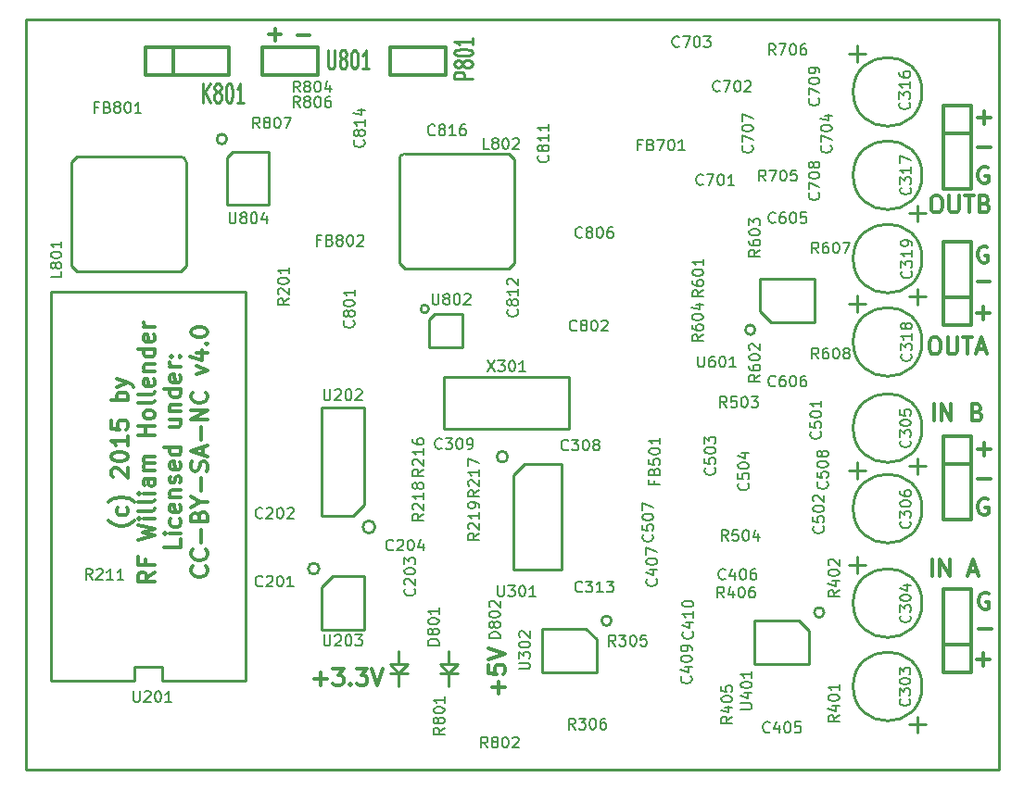
<source format=gto>
G04 (created by PCBNEW (2013-07-07 BZR 4022)-stable) date 5/12/2015 8:03:53 AM*
%MOIN*%
G04 Gerber Fmt 3.4, Leading zero omitted, Abs format*
%FSLAX34Y34*%
G01*
G70*
G90*
G04 APERTURE LIST*
%ADD10C,0.006*%
%ADD11C,0.012*%
%ADD12C,0.01*%
%ADD13C,0.00590551*%
%ADD14C,0.0106*%
%ADD15C,0.0107*%
G04 APERTURE END LIST*
G54D10*
G54D11*
X70600Y-48042D02*
X70600Y-47442D01*
X70885Y-48042D02*
X70885Y-47442D01*
X71228Y-48042D01*
X71228Y-47442D01*
X71942Y-47871D02*
X72228Y-47871D01*
X71885Y-48042D02*
X72085Y-47442D01*
X72285Y-48042D01*
X70657Y-42442D02*
X70657Y-41842D01*
X70942Y-42442D02*
X70942Y-41842D01*
X71285Y-42442D01*
X71285Y-41842D01*
X72228Y-42128D02*
X72314Y-42157D01*
X72342Y-42185D01*
X72371Y-42242D01*
X72371Y-42328D01*
X72342Y-42385D01*
X72314Y-42414D01*
X72257Y-42442D01*
X72028Y-42442D01*
X72028Y-41842D01*
X72228Y-41842D01*
X72285Y-41871D01*
X72314Y-41900D01*
X72342Y-41957D01*
X72342Y-42014D01*
X72314Y-42071D01*
X72285Y-42100D01*
X72228Y-42128D01*
X72028Y-42128D01*
X70642Y-39442D02*
X70757Y-39442D01*
X70814Y-39471D01*
X70871Y-39528D01*
X70900Y-39642D01*
X70900Y-39842D01*
X70871Y-39957D01*
X70814Y-40014D01*
X70757Y-40042D01*
X70642Y-40042D01*
X70585Y-40014D01*
X70528Y-39957D01*
X70500Y-39842D01*
X70500Y-39642D01*
X70528Y-39528D01*
X70585Y-39471D01*
X70642Y-39442D01*
X71157Y-39442D02*
X71157Y-39928D01*
X71185Y-39985D01*
X71214Y-40014D01*
X71271Y-40042D01*
X71385Y-40042D01*
X71442Y-40014D01*
X71471Y-39985D01*
X71500Y-39928D01*
X71500Y-39442D01*
X71700Y-39442D02*
X72042Y-39442D01*
X71871Y-40042D02*
X71871Y-39442D01*
X72214Y-39871D02*
X72500Y-39871D01*
X72157Y-40042D02*
X72357Y-39442D01*
X72557Y-40042D01*
X70700Y-34342D02*
X70814Y-34342D01*
X70871Y-34371D01*
X70928Y-34428D01*
X70957Y-34542D01*
X70957Y-34742D01*
X70928Y-34857D01*
X70871Y-34914D01*
X70814Y-34942D01*
X70700Y-34942D01*
X70642Y-34914D01*
X70585Y-34857D01*
X70557Y-34742D01*
X70557Y-34542D01*
X70585Y-34428D01*
X70642Y-34371D01*
X70700Y-34342D01*
X71214Y-34342D02*
X71214Y-34828D01*
X71242Y-34885D01*
X71271Y-34914D01*
X71328Y-34942D01*
X71442Y-34942D01*
X71500Y-34914D01*
X71528Y-34885D01*
X71557Y-34828D01*
X71557Y-34342D01*
X71757Y-34342D02*
X72100Y-34342D01*
X71928Y-34942D02*
X71928Y-34342D01*
X72500Y-34628D02*
X72585Y-34657D01*
X72614Y-34685D01*
X72642Y-34742D01*
X72642Y-34828D01*
X72614Y-34885D01*
X72585Y-34914D01*
X72528Y-34942D01*
X72300Y-34942D01*
X72300Y-34342D01*
X72500Y-34342D01*
X72557Y-34371D01*
X72585Y-34400D01*
X72614Y-34457D01*
X72614Y-34514D01*
X72585Y-34571D01*
X72557Y-34600D01*
X72500Y-34628D01*
X72300Y-34628D01*
X72241Y-31524D02*
X72698Y-31524D01*
X72470Y-31752D02*
X72470Y-31295D01*
X72241Y-32604D02*
X72698Y-32604D01*
X72597Y-33321D02*
X72540Y-33292D01*
X72454Y-33292D01*
X72368Y-33321D01*
X72311Y-33378D01*
X72282Y-33435D01*
X72254Y-33550D01*
X72254Y-33635D01*
X72282Y-33750D01*
X72311Y-33807D01*
X72368Y-33864D01*
X72454Y-33892D01*
X72511Y-33892D01*
X72597Y-33864D01*
X72625Y-33835D01*
X72625Y-33635D01*
X72511Y-33635D01*
X43582Y-46702D02*
X43582Y-46988D01*
X42982Y-46988D01*
X43582Y-46502D02*
X43182Y-46502D01*
X42982Y-46502D02*
X43011Y-46531D01*
X43040Y-46502D01*
X43011Y-46474D01*
X42982Y-46502D01*
X43040Y-46502D01*
X43554Y-45960D02*
X43582Y-46017D01*
X43582Y-46131D01*
X43554Y-46188D01*
X43525Y-46217D01*
X43468Y-46245D01*
X43297Y-46245D01*
X43240Y-46217D01*
X43211Y-46188D01*
X43182Y-46131D01*
X43182Y-46017D01*
X43211Y-45960D01*
X43554Y-45474D02*
X43582Y-45531D01*
X43582Y-45645D01*
X43554Y-45702D01*
X43497Y-45731D01*
X43268Y-45731D01*
X43211Y-45702D01*
X43182Y-45645D01*
X43182Y-45531D01*
X43211Y-45474D01*
X43268Y-45445D01*
X43325Y-45445D01*
X43382Y-45731D01*
X43182Y-45188D02*
X43582Y-45188D01*
X43240Y-45188D02*
X43211Y-45159D01*
X43182Y-45102D01*
X43182Y-45017D01*
X43211Y-44959D01*
X43268Y-44931D01*
X43582Y-44931D01*
X43554Y-44674D02*
X43582Y-44617D01*
X43582Y-44502D01*
X43554Y-44445D01*
X43497Y-44417D01*
X43468Y-44417D01*
X43411Y-44445D01*
X43382Y-44502D01*
X43382Y-44588D01*
X43354Y-44645D01*
X43297Y-44674D01*
X43268Y-44674D01*
X43211Y-44645D01*
X43182Y-44588D01*
X43182Y-44502D01*
X43211Y-44445D01*
X43554Y-43931D02*
X43582Y-43988D01*
X43582Y-44102D01*
X43554Y-44160D01*
X43497Y-44188D01*
X43268Y-44188D01*
X43211Y-44160D01*
X43182Y-44102D01*
X43182Y-43988D01*
X43211Y-43931D01*
X43268Y-43902D01*
X43325Y-43902D01*
X43382Y-44188D01*
X43582Y-43388D02*
X42982Y-43388D01*
X43554Y-43388D02*
X43582Y-43445D01*
X43582Y-43560D01*
X43554Y-43617D01*
X43525Y-43645D01*
X43468Y-43674D01*
X43297Y-43674D01*
X43240Y-43645D01*
X43211Y-43617D01*
X43182Y-43560D01*
X43182Y-43445D01*
X43211Y-43388D01*
X43182Y-42388D02*
X43582Y-42388D01*
X43182Y-42645D02*
X43497Y-42645D01*
X43554Y-42617D01*
X43582Y-42560D01*
X43582Y-42474D01*
X43554Y-42417D01*
X43525Y-42388D01*
X43182Y-42102D02*
X43582Y-42102D01*
X43240Y-42102D02*
X43211Y-42074D01*
X43182Y-42017D01*
X43182Y-41931D01*
X43211Y-41874D01*
X43268Y-41845D01*
X43582Y-41845D01*
X43582Y-41302D02*
X42982Y-41302D01*
X43554Y-41302D02*
X43582Y-41360D01*
X43582Y-41474D01*
X43554Y-41531D01*
X43525Y-41560D01*
X43468Y-41588D01*
X43297Y-41588D01*
X43240Y-41560D01*
X43211Y-41531D01*
X43182Y-41474D01*
X43182Y-41360D01*
X43211Y-41302D01*
X43554Y-40788D02*
X43582Y-40845D01*
X43582Y-40960D01*
X43554Y-41017D01*
X43497Y-41045D01*
X43268Y-41045D01*
X43211Y-41017D01*
X43182Y-40960D01*
X43182Y-40845D01*
X43211Y-40788D01*
X43268Y-40760D01*
X43325Y-40760D01*
X43382Y-41045D01*
X43582Y-40502D02*
X43182Y-40502D01*
X43297Y-40502D02*
X43240Y-40474D01*
X43211Y-40445D01*
X43182Y-40388D01*
X43182Y-40331D01*
X43525Y-40131D02*
X43554Y-40102D01*
X43582Y-40131D01*
X43554Y-40159D01*
X43525Y-40131D01*
X43582Y-40131D01*
X43211Y-40131D02*
X43240Y-40102D01*
X43268Y-40131D01*
X43240Y-40159D01*
X43211Y-40131D01*
X43268Y-40131D01*
X44485Y-47674D02*
X44514Y-47702D01*
X44542Y-47788D01*
X44542Y-47845D01*
X44514Y-47931D01*
X44457Y-47988D01*
X44400Y-48017D01*
X44285Y-48045D01*
X44200Y-48045D01*
X44085Y-48017D01*
X44028Y-47988D01*
X43971Y-47931D01*
X43942Y-47845D01*
X43942Y-47788D01*
X43971Y-47702D01*
X44000Y-47674D01*
X44485Y-47074D02*
X44514Y-47102D01*
X44542Y-47188D01*
X44542Y-47245D01*
X44514Y-47331D01*
X44457Y-47388D01*
X44400Y-47417D01*
X44285Y-47445D01*
X44200Y-47445D01*
X44085Y-47417D01*
X44028Y-47388D01*
X43971Y-47331D01*
X43942Y-47245D01*
X43942Y-47188D01*
X43971Y-47102D01*
X44000Y-47074D01*
X44314Y-46817D02*
X44314Y-46360D01*
X44228Y-45874D02*
X44257Y-45788D01*
X44285Y-45760D01*
X44342Y-45731D01*
X44428Y-45731D01*
X44485Y-45760D01*
X44514Y-45788D01*
X44542Y-45845D01*
X44542Y-46074D01*
X43942Y-46074D01*
X43942Y-45874D01*
X43971Y-45817D01*
X44000Y-45788D01*
X44057Y-45760D01*
X44114Y-45760D01*
X44171Y-45788D01*
X44200Y-45817D01*
X44228Y-45874D01*
X44228Y-46074D01*
X44257Y-45360D02*
X44542Y-45360D01*
X43942Y-45560D02*
X44257Y-45360D01*
X43942Y-45160D01*
X44314Y-44960D02*
X44314Y-44502D01*
X44514Y-44245D02*
X44542Y-44160D01*
X44542Y-44017D01*
X44514Y-43960D01*
X44485Y-43931D01*
X44428Y-43902D01*
X44371Y-43902D01*
X44314Y-43931D01*
X44285Y-43960D01*
X44257Y-44017D01*
X44228Y-44131D01*
X44200Y-44188D01*
X44171Y-44217D01*
X44114Y-44245D01*
X44057Y-44245D01*
X44000Y-44217D01*
X43971Y-44188D01*
X43942Y-44131D01*
X43942Y-43988D01*
X43971Y-43902D01*
X44371Y-43674D02*
X44371Y-43388D01*
X44542Y-43731D02*
X43942Y-43531D01*
X44542Y-43331D01*
X44314Y-43131D02*
X44314Y-42674D01*
X44542Y-42388D02*
X43942Y-42388D01*
X44542Y-42045D01*
X43942Y-42045D01*
X44485Y-41417D02*
X44514Y-41445D01*
X44542Y-41531D01*
X44542Y-41588D01*
X44514Y-41674D01*
X44457Y-41731D01*
X44400Y-41760D01*
X44285Y-41788D01*
X44200Y-41788D01*
X44085Y-41760D01*
X44028Y-41731D01*
X43971Y-41674D01*
X43942Y-41588D01*
X43942Y-41531D01*
X43971Y-41445D01*
X44000Y-41417D01*
X44142Y-40760D02*
X44542Y-40617D01*
X44142Y-40474D01*
X44142Y-39988D02*
X44542Y-39988D01*
X43914Y-40131D02*
X44342Y-40274D01*
X44342Y-39902D01*
X44485Y-39674D02*
X44514Y-39645D01*
X44542Y-39674D01*
X44514Y-39702D01*
X44485Y-39674D01*
X44542Y-39674D01*
X43942Y-39274D02*
X43942Y-39217D01*
X43971Y-39159D01*
X44000Y-39131D01*
X44057Y-39102D01*
X44171Y-39074D01*
X44314Y-39074D01*
X44428Y-39102D01*
X44485Y-39131D01*
X44514Y-39159D01*
X44542Y-39217D01*
X44542Y-39274D01*
X44514Y-39331D01*
X44485Y-39359D01*
X44428Y-39388D01*
X44314Y-39417D01*
X44171Y-39417D01*
X44057Y-39388D01*
X44000Y-39359D01*
X43971Y-39331D01*
X43942Y-39274D01*
X41901Y-46042D02*
X41872Y-46071D01*
X41787Y-46128D01*
X41730Y-46157D01*
X41644Y-46185D01*
X41501Y-46214D01*
X41387Y-46214D01*
X41244Y-46185D01*
X41158Y-46157D01*
X41101Y-46128D01*
X41015Y-46071D01*
X40987Y-46042D01*
X41644Y-45557D02*
X41672Y-45614D01*
X41672Y-45728D01*
X41644Y-45785D01*
X41615Y-45814D01*
X41558Y-45842D01*
X41387Y-45842D01*
X41330Y-45814D01*
X41301Y-45785D01*
X41272Y-45728D01*
X41272Y-45614D01*
X41301Y-45557D01*
X41901Y-45357D02*
X41872Y-45328D01*
X41787Y-45271D01*
X41730Y-45242D01*
X41644Y-45214D01*
X41501Y-45185D01*
X41387Y-45185D01*
X41244Y-45214D01*
X41158Y-45242D01*
X41101Y-45271D01*
X41015Y-45328D01*
X40987Y-45357D01*
X41130Y-44471D02*
X41101Y-44442D01*
X41072Y-44385D01*
X41072Y-44242D01*
X41101Y-44185D01*
X41130Y-44157D01*
X41187Y-44128D01*
X41244Y-44128D01*
X41330Y-44157D01*
X41672Y-44500D01*
X41672Y-44128D01*
X41072Y-43757D02*
X41072Y-43700D01*
X41101Y-43642D01*
X41130Y-43614D01*
X41187Y-43585D01*
X41301Y-43557D01*
X41444Y-43557D01*
X41558Y-43585D01*
X41615Y-43614D01*
X41644Y-43642D01*
X41672Y-43700D01*
X41672Y-43757D01*
X41644Y-43814D01*
X41615Y-43842D01*
X41558Y-43871D01*
X41444Y-43900D01*
X41301Y-43900D01*
X41187Y-43871D01*
X41130Y-43842D01*
X41101Y-43814D01*
X41072Y-43757D01*
X41672Y-42985D02*
X41672Y-43328D01*
X41672Y-43157D02*
X41072Y-43157D01*
X41158Y-43214D01*
X41215Y-43271D01*
X41244Y-43328D01*
X41072Y-42442D02*
X41072Y-42728D01*
X41358Y-42757D01*
X41330Y-42728D01*
X41301Y-42671D01*
X41301Y-42528D01*
X41330Y-42471D01*
X41358Y-42442D01*
X41415Y-42414D01*
X41558Y-42414D01*
X41615Y-42442D01*
X41644Y-42471D01*
X41672Y-42528D01*
X41672Y-42671D01*
X41644Y-42728D01*
X41615Y-42757D01*
X41672Y-41699D02*
X41072Y-41699D01*
X41301Y-41699D02*
X41272Y-41642D01*
X41272Y-41528D01*
X41301Y-41471D01*
X41330Y-41442D01*
X41387Y-41414D01*
X41558Y-41414D01*
X41615Y-41442D01*
X41644Y-41471D01*
X41672Y-41528D01*
X41672Y-41642D01*
X41644Y-41699D01*
X41272Y-41214D02*
X41672Y-41071D01*
X41272Y-40928D02*
X41672Y-41071D01*
X41815Y-41128D01*
X41844Y-41157D01*
X41872Y-41214D01*
X42632Y-47885D02*
X42347Y-48085D01*
X42632Y-48228D02*
X42032Y-48228D01*
X42032Y-48000D01*
X42061Y-47942D01*
X42090Y-47914D01*
X42147Y-47885D01*
X42232Y-47885D01*
X42290Y-47914D01*
X42318Y-47942D01*
X42347Y-48000D01*
X42347Y-48228D01*
X42318Y-47428D02*
X42318Y-47628D01*
X42632Y-47628D02*
X42032Y-47628D01*
X42032Y-47342D01*
X42032Y-46714D02*
X42632Y-46571D01*
X42204Y-46457D01*
X42632Y-46342D01*
X42032Y-46200D01*
X42632Y-45971D02*
X42232Y-45971D01*
X42032Y-45971D02*
X42061Y-46000D01*
X42090Y-45971D01*
X42061Y-45942D01*
X42032Y-45971D01*
X42090Y-45971D01*
X42632Y-45600D02*
X42604Y-45657D01*
X42547Y-45685D01*
X42032Y-45685D01*
X42632Y-45285D02*
X42604Y-45342D01*
X42547Y-45371D01*
X42032Y-45371D01*
X42632Y-45057D02*
X42232Y-45057D01*
X42032Y-45057D02*
X42061Y-45085D01*
X42090Y-45057D01*
X42061Y-45028D01*
X42032Y-45057D01*
X42090Y-45057D01*
X42632Y-44514D02*
X42318Y-44514D01*
X42261Y-44542D01*
X42232Y-44600D01*
X42232Y-44714D01*
X42261Y-44771D01*
X42604Y-44514D02*
X42632Y-44571D01*
X42632Y-44714D01*
X42604Y-44771D01*
X42547Y-44800D01*
X42490Y-44800D01*
X42432Y-44771D01*
X42404Y-44714D01*
X42404Y-44571D01*
X42375Y-44514D01*
X42632Y-44228D02*
X42232Y-44228D01*
X42290Y-44228D02*
X42261Y-44200D01*
X42232Y-44142D01*
X42232Y-44057D01*
X42261Y-44000D01*
X42318Y-43971D01*
X42632Y-43971D01*
X42318Y-43971D02*
X42261Y-43942D01*
X42232Y-43885D01*
X42232Y-43800D01*
X42261Y-43742D01*
X42318Y-43714D01*
X42632Y-43714D01*
X42632Y-42971D02*
X42032Y-42971D01*
X42318Y-42971D02*
X42318Y-42628D01*
X42632Y-42628D02*
X42032Y-42628D01*
X42632Y-42257D02*
X42604Y-42314D01*
X42575Y-42342D01*
X42518Y-42371D01*
X42347Y-42371D01*
X42290Y-42342D01*
X42261Y-42314D01*
X42232Y-42257D01*
X42232Y-42171D01*
X42261Y-42114D01*
X42290Y-42085D01*
X42347Y-42057D01*
X42518Y-42057D01*
X42575Y-42085D01*
X42604Y-42114D01*
X42632Y-42171D01*
X42632Y-42257D01*
X42632Y-41714D02*
X42604Y-41771D01*
X42547Y-41800D01*
X42032Y-41800D01*
X42632Y-41400D02*
X42604Y-41457D01*
X42547Y-41485D01*
X42032Y-41485D01*
X42604Y-40942D02*
X42632Y-41000D01*
X42632Y-41114D01*
X42604Y-41171D01*
X42547Y-41200D01*
X42318Y-41200D01*
X42261Y-41171D01*
X42232Y-41114D01*
X42232Y-41000D01*
X42261Y-40942D01*
X42318Y-40914D01*
X42375Y-40914D01*
X42432Y-41200D01*
X42232Y-40657D02*
X42632Y-40657D01*
X42290Y-40657D02*
X42261Y-40628D01*
X42232Y-40571D01*
X42232Y-40485D01*
X42261Y-40428D01*
X42318Y-40400D01*
X42632Y-40400D01*
X42632Y-39857D02*
X42032Y-39857D01*
X42604Y-39857D02*
X42632Y-39914D01*
X42632Y-40028D01*
X42604Y-40085D01*
X42575Y-40114D01*
X42518Y-40142D01*
X42347Y-40142D01*
X42290Y-40114D01*
X42261Y-40085D01*
X42232Y-40028D01*
X42232Y-39914D01*
X42261Y-39857D01*
X42604Y-39342D02*
X42632Y-39400D01*
X42632Y-39514D01*
X42604Y-39571D01*
X42547Y-39600D01*
X42318Y-39600D01*
X42261Y-39571D01*
X42232Y-39514D01*
X42232Y-39400D01*
X42261Y-39342D01*
X42318Y-39314D01*
X42375Y-39314D01*
X42432Y-39600D01*
X42632Y-39057D02*
X42232Y-39057D01*
X42347Y-39057D02*
X42290Y-39028D01*
X42261Y-39000D01*
X42232Y-38942D01*
X42232Y-38885D01*
X47761Y-28564D02*
X48218Y-28564D01*
X46731Y-28544D02*
X47188Y-28544D01*
X46960Y-28772D02*
X46960Y-28315D01*
X72587Y-36181D02*
X72530Y-36152D01*
X72444Y-36152D01*
X72358Y-36181D01*
X72301Y-36238D01*
X72272Y-36295D01*
X72244Y-36410D01*
X72244Y-36495D01*
X72272Y-36610D01*
X72301Y-36667D01*
X72358Y-36724D01*
X72444Y-36752D01*
X72501Y-36752D01*
X72587Y-36724D01*
X72615Y-36695D01*
X72615Y-36495D01*
X72501Y-36495D01*
X72231Y-37444D02*
X72688Y-37444D01*
X72221Y-38564D02*
X72678Y-38564D01*
X72450Y-38792D02*
X72450Y-38335D01*
X72221Y-51034D02*
X72678Y-51034D01*
X72450Y-51262D02*
X72450Y-50805D01*
X72271Y-49914D02*
X72728Y-49914D01*
X72627Y-48651D02*
X72570Y-48622D01*
X72484Y-48622D01*
X72398Y-48651D01*
X72341Y-48708D01*
X72312Y-48765D01*
X72284Y-48880D01*
X72284Y-48965D01*
X72312Y-49080D01*
X72341Y-49137D01*
X72398Y-49194D01*
X72484Y-49222D01*
X72541Y-49222D01*
X72627Y-49194D01*
X72655Y-49165D01*
X72655Y-48965D01*
X72541Y-48965D01*
X72597Y-45261D02*
X72540Y-45232D01*
X72454Y-45232D01*
X72368Y-45261D01*
X72311Y-45318D01*
X72282Y-45375D01*
X72254Y-45490D01*
X72254Y-45575D01*
X72282Y-45690D01*
X72311Y-45747D01*
X72368Y-45804D01*
X72454Y-45832D01*
X72511Y-45832D01*
X72597Y-45804D01*
X72625Y-45775D01*
X72625Y-45575D01*
X72511Y-45575D01*
X72241Y-44544D02*
X72698Y-44544D01*
X72241Y-43464D02*
X72698Y-43464D01*
X72470Y-43692D02*
X72470Y-43235D01*
X55014Y-52271D02*
X55014Y-51814D01*
X55242Y-52042D02*
X54785Y-52042D01*
X54642Y-51242D02*
X54642Y-51528D01*
X54928Y-51557D01*
X54900Y-51528D01*
X54871Y-51471D01*
X54871Y-51328D01*
X54900Y-51271D01*
X54928Y-51242D01*
X54985Y-51214D01*
X55128Y-51214D01*
X55185Y-51242D01*
X55214Y-51271D01*
X55242Y-51328D01*
X55242Y-51471D01*
X55214Y-51528D01*
X55185Y-51557D01*
X54642Y-51042D02*
X55242Y-50842D01*
X54642Y-50642D01*
X48370Y-51734D02*
X48827Y-51734D01*
X48598Y-51962D02*
X48598Y-51505D01*
X49055Y-51362D02*
X49427Y-51362D01*
X49227Y-51591D01*
X49312Y-51591D01*
X49370Y-51620D01*
X49398Y-51648D01*
X49427Y-51705D01*
X49427Y-51848D01*
X49398Y-51905D01*
X49370Y-51934D01*
X49312Y-51962D01*
X49141Y-51962D01*
X49084Y-51934D01*
X49055Y-51905D01*
X49684Y-51905D02*
X49712Y-51934D01*
X49684Y-51962D01*
X49655Y-51934D01*
X49684Y-51905D01*
X49684Y-51962D01*
X49912Y-51362D02*
X50284Y-51362D01*
X50084Y-51591D01*
X50170Y-51591D01*
X50227Y-51620D01*
X50255Y-51648D01*
X50284Y-51705D01*
X50284Y-51848D01*
X50255Y-51905D01*
X50227Y-51934D01*
X50170Y-51962D01*
X49998Y-51962D01*
X49941Y-51934D01*
X49912Y-51905D01*
X50455Y-51362D02*
X50655Y-51962D01*
X50855Y-51362D01*
G54D12*
X38000Y-28000D02*
X73000Y-28000D01*
X38000Y-55000D02*
X38000Y-28000D01*
X73000Y-55000D02*
X38000Y-55000D01*
X73000Y-28000D02*
X73000Y-55000D01*
X53055Y-40855D02*
X53055Y-42744D01*
X53055Y-42744D02*
X57544Y-42744D01*
X57544Y-42744D02*
X57544Y-40855D01*
X57544Y-40855D02*
X53055Y-40855D01*
X66714Y-49337D02*
G75*
G03X66714Y-49337I-176J0D01*
G74*
G01*
X66184Y-51187D02*
X64215Y-51187D01*
X64215Y-51187D02*
X64215Y-49612D01*
X64215Y-49612D02*
X65790Y-49612D01*
X65790Y-49612D02*
X66184Y-50006D01*
X66184Y-50006D02*
X66184Y-51187D01*
X64237Y-39162D02*
G75*
G03X64237Y-39162I-176J0D01*
G74*
G01*
X64415Y-37312D02*
X66384Y-37312D01*
X66384Y-37312D02*
X66384Y-38887D01*
X66384Y-38887D02*
X64809Y-38887D01*
X64809Y-38887D02*
X64415Y-38493D01*
X64415Y-38493D02*
X64415Y-37312D01*
X59064Y-49637D02*
G75*
G03X59064Y-49637I-176J0D01*
G74*
G01*
X58534Y-51487D02*
X56565Y-51487D01*
X56565Y-51487D02*
X56565Y-49912D01*
X56565Y-49912D02*
X58140Y-49912D01*
X58140Y-49912D02*
X58534Y-50306D01*
X58534Y-50306D02*
X58534Y-51487D01*
X45900Y-51800D02*
X45900Y-37800D01*
X45900Y-37800D02*
X38900Y-37800D01*
X38900Y-37800D02*
X38900Y-51800D01*
X38900Y-51800D02*
X41900Y-51800D01*
X41900Y-51800D02*
X41900Y-51300D01*
X41900Y-51300D02*
X42900Y-51300D01*
X42900Y-51300D02*
X42900Y-51800D01*
X42900Y-51800D02*
X45900Y-51800D01*
X48554Y-47759D02*
G75*
G03X48554Y-47759I-197J0D01*
G74*
G01*
X50167Y-48035D02*
X50167Y-49964D01*
X50167Y-49964D02*
X48632Y-49964D01*
X48632Y-49964D02*
X48632Y-48429D01*
X48632Y-48429D02*
X49025Y-48035D01*
X49025Y-48035D02*
X50167Y-48035D01*
X50567Y-46262D02*
G75*
G03X50567Y-46262I-222J0D01*
G74*
G01*
X48632Y-45848D02*
X48632Y-41951D01*
X48632Y-41951D02*
X50167Y-41951D01*
X50167Y-41951D02*
X50167Y-45455D01*
X50167Y-45455D02*
X49774Y-45848D01*
X49774Y-45848D02*
X48632Y-45848D01*
G54D11*
X42300Y-30000D02*
X42300Y-29000D01*
X42300Y-29000D02*
X45300Y-29000D01*
X45300Y-29000D02*
X45300Y-30000D01*
X45300Y-30000D02*
X42300Y-30000D01*
X43300Y-29000D02*
X43300Y-30000D01*
X72000Y-39000D02*
X71000Y-39000D01*
X71000Y-39000D02*
X71000Y-36000D01*
X71000Y-36000D02*
X72000Y-36000D01*
X72000Y-36000D02*
X72000Y-39000D01*
X71000Y-38000D02*
X72000Y-38000D01*
X71000Y-31100D02*
X72000Y-31100D01*
X72000Y-31100D02*
X72000Y-34100D01*
X72000Y-34100D02*
X71000Y-34100D01*
X71000Y-34100D02*
X71000Y-31100D01*
X72000Y-32100D02*
X71000Y-32100D01*
X71000Y-43000D02*
X72000Y-43000D01*
X72000Y-43000D02*
X72000Y-46000D01*
X72000Y-46000D02*
X71000Y-46000D01*
X71000Y-46000D02*
X71000Y-43000D01*
X72000Y-44000D02*
X71000Y-44000D01*
X72000Y-51500D02*
X71000Y-51500D01*
X71000Y-51500D02*
X71000Y-48500D01*
X71000Y-48500D02*
X72000Y-48500D01*
X72000Y-48500D02*
X72000Y-51500D01*
X71000Y-50500D02*
X72000Y-50500D01*
X46500Y-30000D02*
X46500Y-29000D01*
X46500Y-29000D02*
X48500Y-29000D01*
X48500Y-29000D02*
X48500Y-30000D01*
X48500Y-30000D02*
X46500Y-30000D01*
X51100Y-30000D02*
X51100Y-29000D01*
X51100Y-29000D02*
X53100Y-29000D01*
X53100Y-29000D02*
X53100Y-30000D01*
X53100Y-30000D02*
X51100Y-30000D01*
G54D12*
X70082Y-35273D02*
X70082Y-34682D01*
X70377Y-34977D02*
X69787Y-34977D01*
X70240Y-33600D02*
G75*
G03X70240Y-33600I-1240J0D01*
G74*
G01*
X70082Y-53673D02*
X70082Y-53082D01*
X70377Y-53377D02*
X69787Y-53377D01*
X70240Y-52000D02*
G75*
G03X70240Y-52000I-1240J0D01*
G74*
G01*
X67917Y-47326D02*
X67917Y-47917D01*
X67622Y-47622D02*
X68212Y-47622D01*
X70240Y-49000D02*
G75*
G03X70240Y-49000I-1240J0D01*
G74*
G01*
X70082Y-44373D02*
X70082Y-43782D01*
X70377Y-44077D02*
X69787Y-44077D01*
X70240Y-42700D02*
G75*
G03X70240Y-42700I-1240J0D01*
G74*
G01*
X67917Y-43926D02*
X67917Y-44517D01*
X67622Y-44222D02*
X68212Y-44222D01*
X70240Y-45600D02*
G75*
G03X70240Y-45600I-1240J0D01*
G74*
G01*
X67917Y-28926D02*
X67917Y-29517D01*
X67622Y-29222D02*
X68212Y-29222D01*
X70240Y-30600D02*
G75*
G03X70240Y-30600I-1240J0D01*
G74*
G01*
X67917Y-37926D02*
X67917Y-38517D01*
X67622Y-38222D02*
X68212Y-38222D01*
X70240Y-39600D02*
G75*
G03X70240Y-39600I-1240J0D01*
G74*
G01*
X70082Y-38273D02*
X70082Y-37682D01*
X70377Y-37977D02*
X69787Y-37977D01*
X70240Y-36600D02*
G75*
G03X70240Y-36600I-1240J0D01*
G74*
G01*
X43766Y-33129D02*
G75*
G03X43570Y-32933I-196J0D01*
G74*
G01*
X39633Y-33129D02*
X39633Y-36870D01*
X39633Y-36870D02*
X39829Y-37066D01*
X39829Y-37066D02*
X43570Y-37066D01*
X43570Y-37066D02*
X43766Y-36870D01*
X43766Y-36870D02*
X43766Y-33129D01*
X39633Y-33129D02*
X39829Y-32933D01*
X39829Y-32933D02*
X43570Y-32933D01*
X51629Y-32833D02*
G75*
G03X51433Y-33029I0J-196D01*
G74*
G01*
X51629Y-36966D02*
X55370Y-36966D01*
X55370Y-36966D02*
X55566Y-36770D01*
X55566Y-36770D02*
X55566Y-33029D01*
X55566Y-33029D02*
X55370Y-32833D01*
X55370Y-32833D02*
X51629Y-32833D01*
X51629Y-36966D02*
X51433Y-36770D01*
X51433Y-36770D02*
X51433Y-33029D01*
X45230Y-32300D02*
G75*
G03X45230Y-32300I-180J0D01*
G74*
G01*
X46750Y-32750D02*
X46750Y-34650D01*
X46750Y-34650D02*
X45250Y-34650D01*
X45250Y-34650D02*
X45250Y-32950D01*
X45250Y-32950D02*
X45450Y-32750D01*
X45450Y-32750D02*
X46750Y-32750D01*
X52493Y-38412D02*
G75*
G03X52493Y-38412I-141J0D01*
G74*
G01*
X53690Y-38609D02*
X53690Y-39790D01*
X53690Y-39790D02*
X52509Y-39790D01*
X52509Y-39790D02*
X52509Y-38806D01*
X52509Y-38806D02*
X52706Y-38609D01*
X52706Y-38609D02*
X53690Y-38609D01*
X53212Y-50888D02*
X53212Y-50730D01*
X53212Y-51518D02*
X53212Y-51990D01*
X52897Y-51518D02*
X53527Y-51518D01*
X53212Y-50888D02*
X53212Y-51203D01*
X53212Y-51203D02*
X53527Y-51203D01*
X53527Y-51203D02*
X53212Y-51518D01*
X53212Y-51518D02*
X52897Y-51203D01*
X52897Y-51203D02*
X53212Y-51203D01*
X51412Y-50888D02*
X51412Y-50730D01*
X51412Y-51518D02*
X51412Y-51990D01*
X51097Y-51518D02*
X51727Y-51518D01*
X51412Y-50888D02*
X51412Y-51203D01*
X51412Y-51203D02*
X51727Y-51203D01*
X51727Y-51203D02*
X51412Y-51518D01*
X51412Y-51518D02*
X51097Y-51203D01*
X51097Y-51203D02*
X51412Y-51203D01*
X55337Y-43734D02*
G75*
G03X55337Y-43734I-196J0D01*
G74*
G01*
X57266Y-43990D02*
X57266Y-47809D01*
X57266Y-47809D02*
X55533Y-47809D01*
X55533Y-47809D02*
X55533Y-44384D01*
X55533Y-44384D02*
X55927Y-43990D01*
X55927Y-43990D02*
X57266Y-43990D01*
G54D13*
X64409Y-40790D02*
X64221Y-40921D01*
X64409Y-41015D02*
X64015Y-41015D01*
X64015Y-40865D01*
X64034Y-40828D01*
X64053Y-40809D01*
X64090Y-40790D01*
X64146Y-40790D01*
X64184Y-40809D01*
X64203Y-40828D01*
X64221Y-40865D01*
X64221Y-41015D01*
X64015Y-40453D02*
X64015Y-40528D01*
X64034Y-40565D01*
X64053Y-40584D01*
X64109Y-40621D01*
X64184Y-40640D01*
X64334Y-40640D01*
X64371Y-40621D01*
X64390Y-40603D01*
X64409Y-40565D01*
X64409Y-40490D01*
X64390Y-40453D01*
X64371Y-40434D01*
X64334Y-40415D01*
X64240Y-40415D01*
X64203Y-40434D01*
X64184Y-40453D01*
X64165Y-40490D01*
X64165Y-40565D01*
X64184Y-40603D01*
X64203Y-40621D01*
X64240Y-40640D01*
X64015Y-40171D02*
X64015Y-40134D01*
X64034Y-40096D01*
X64053Y-40078D01*
X64090Y-40059D01*
X64165Y-40040D01*
X64259Y-40040D01*
X64334Y-40059D01*
X64371Y-40078D01*
X64390Y-40096D01*
X64409Y-40134D01*
X64409Y-40171D01*
X64390Y-40209D01*
X64371Y-40228D01*
X64334Y-40246D01*
X64259Y-40265D01*
X64165Y-40265D01*
X64090Y-40246D01*
X64053Y-40228D01*
X64034Y-40209D01*
X64015Y-40171D01*
X64053Y-39890D02*
X64034Y-39871D01*
X64015Y-39834D01*
X64015Y-39740D01*
X64034Y-39703D01*
X64053Y-39684D01*
X64090Y-39665D01*
X64128Y-39665D01*
X64184Y-39684D01*
X64409Y-39909D01*
X64409Y-39665D01*
X63209Y-41959D02*
X63078Y-41771D01*
X62984Y-41959D02*
X62984Y-41565D01*
X63134Y-41565D01*
X63171Y-41584D01*
X63190Y-41603D01*
X63209Y-41640D01*
X63209Y-41696D01*
X63190Y-41734D01*
X63171Y-41753D01*
X63134Y-41771D01*
X62984Y-41771D01*
X63565Y-41565D02*
X63378Y-41565D01*
X63359Y-41753D01*
X63378Y-41734D01*
X63415Y-41715D01*
X63509Y-41715D01*
X63546Y-41734D01*
X63565Y-41753D01*
X63584Y-41790D01*
X63584Y-41884D01*
X63565Y-41921D01*
X63546Y-41940D01*
X63509Y-41959D01*
X63415Y-41959D01*
X63378Y-41940D01*
X63359Y-41921D01*
X63828Y-41565D02*
X63865Y-41565D01*
X63903Y-41584D01*
X63921Y-41603D01*
X63940Y-41640D01*
X63959Y-41715D01*
X63959Y-41809D01*
X63940Y-41884D01*
X63921Y-41921D01*
X63903Y-41940D01*
X63865Y-41959D01*
X63828Y-41959D01*
X63790Y-41940D01*
X63771Y-41921D01*
X63753Y-41884D01*
X63734Y-41809D01*
X63734Y-41715D01*
X63753Y-41640D01*
X63771Y-41603D01*
X63790Y-41584D01*
X63828Y-41565D01*
X64090Y-41565D02*
X64334Y-41565D01*
X64203Y-41715D01*
X64259Y-41715D01*
X64296Y-41734D01*
X64315Y-41753D01*
X64334Y-41790D01*
X64334Y-41884D01*
X64315Y-41921D01*
X64296Y-41940D01*
X64259Y-41959D01*
X64146Y-41959D01*
X64109Y-41940D01*
X64090Y-41921D01*
X63259Y-46759D02*
X63128Y-46571D01*
X63034Y-46759D02*
X63034Y-46365D01*
X63184Y-46365D01*
X63221Y-46384D01*
X63240Y-46403D01*
X63259Y-46440D01*
X63259Y-46496D01*
X63240Y-46534D01*
X63221Y-46553D01*
X63184Y-46571D01*
X63034Y-46571D01*
X63615Y-46365D02*
X63428Y-46365D01*
X63409Y-46553D01*
X63428Y-46534D01*
X63465Y-46515D01*
X63559Y-46515D01*
X63596Y-46534D01*
X63615Y-46553D01*
X63634Y-46590D01*
X63634Y-46684D01*
X63615Y-46721D01*
X63596Y-46740D01*
X63559Y-46759D01*
X63465Y-46759D01*
X63428Y-46740D01*
X63409Y-46721D01*
X63878Y-46365D02*
X63915Y-46365D01*
X63953Y-46384D01*
X63971Y-46403D01*
X63990Y-46440D01*
X64009Y-46515D01*
X64009Y-46609D01*
X63990Y-46684D01*
X63971Y-46721D01*
X63953Y-46740D01*
X63915Y-46759D01*
X63878Y-46759D01*
X63840Y-46740D01*
X63821Y-46721D01*
X63803Y-46684D01*
X63784Y-46609D01*
X63784Y-46515D01*
X63803Y-46440D01*
X63821Y-46403D01*
X63840Y-46384D01*
X63878Y-46365D01*
X64346Y-46496D02*
X64346Y-46759D01*
X64253Y-46346D02*
X64159Y-46628D01*
X64403Y-46628D01*
X57759Y-53548D02*
X57628Y-53360D01*
X57534Y-53548D02*
X57534Y-53154D01*
X57684Y-53154D01*
X57721Y-53173D01*
X57740Y-53192D01*
X57759Y-53229D01*
X57759Y-53285D01*
X57740Y-53323D01*
X57721Y-53342D01*
X57684Y-53360D01*
X57534Y-53360D01*
X57890Y-53154D02*
X58134Y-53154D01*
X58003Y-53304D01*
X58059Y-53304D01*
X58096Y-53323D01*
X58115Y-53342D01*
X58134Y-53379D01*
X58134Y-53473D01*
X58115Y-53510D01*
X58096Y-53529D01*
X58059Y-53548D01*
X57946Y-53548D01*
X57909Y-53529D01*
X57890Y-53510D01*
X58378Y-53154D02*
X58415Y-53154D01*
X58453Y-53173D01*
X58471Y-53192D01*
X58490Y-53229D01*
X58509Y-53304D01*
X58509Y-53398D01*
X58490Y-53473D01*
X58471Y-53510D01*
X58453Y-53529D01*
X58415Y-53548D01*
X58378Y-53548D01*
X58340Y-53529D01*
X58321Y-53510D01*
X58303Y-53473D01*
X58284Y-53398D01*
X58284Y-53304D01*
X58303Y-53229D01*
X58321Y-53192D01*
X58340Y-53173D01*
X58378Y-53154D01*
X58846Y-53154D02*
X58771Y-53154D01*
X58734Y-53173D01*
X58715Y-53192D01*
X58678Y-53248D01*
X58659Y-53323D01*
X58659Y-53473D01*
X58678Y-53510D01*
X58696Y-53529D01*
X58734Y-53548D01*
X58809Y-53548D01*
X58846Y-53529D01*
X58865Y-53510D01*
X58884Y-53473D01*
X58884Y-53379D01*
X58865Y-53342D01*
X58846Y-53323D01*
X58809Y-53304D01*
X58734Y-53304D01*
X58696Y-53323D01*
X58678Y-53342D01*
X58659Y-53379D01*
X64609Y-33809D02*
X64478Y-33621D01*
X64384Y-33809D02*
X64384Y-33415D01*
X64534Y-33415D01*
X64571Y-33434D01*
X64590Y-33453D01*
X64609Y-33490D01*
X64609Y-33546D01*
X64590Y-33584D01*
X64571Y-33603D01*
X64534Y-33621D01*
X64384Y-33621D01*
X64740Y-33415D02*
X65003Y-33415D01*
X64834Y-33809D01*
X65228Y-33415D02*
X65265Y-33415D01*
X65303Y-33434D01*
X65321Y-33453D01*
X65340Y-33490D01*
X65359Y-33565D01*
X65359Y-33659D01*
X65340Y-33734D01*
X65321Y-33771D01*
X65303Y-33790D01*
X65265Y-33809D01*
X65228Y-33809D01*
X65190Y-33790D01*
X65171Y-33771D01*
X65153Y-33734D01*
X65134Y-33659D01*
X65134Y-33565D01*
X65153Y-33490D01*
X65171Y-33453D01*
X65190Y-33434D01*
X65228Y-33415D01*
X65715Y-33415D02*
X65528Y-33415D01*
X65509Y-33603D01*
X65528Y-33584D01*
X65565Y-33565D01*
X65659Y-33565D01*
X65696Y-33584D01*
X65715Y-33603D01*
X65734Y-33640D01*
X65734Y-33734D01*
X65715Y-33771D01*
X65696Y-33790D01*
X65659Y-33809D01*
X65565Y-33809D01*
X65528Y-33790D01*
X65509Y-33771D01*
X64959Y-29270D02*
X64828Y-29082D01*
X64734Y-29270D02*
X64734Y-28876D01*
X64884Y-28876D01*
X64921Y-28895D01*
X64940Y-28914D01*
X64959Y-28951D01*
X64959Y-29007D01*
X64940Y-29045D01*
X64921Y-29064D01*
X64884Y-29082D01*
X64734Y-29082D01*
X65090Y-28876D02*
X65353Y-28876D01*
X65184Y-29270D01*
X65578Y-28876D02*
X65615Y-28876D01*
X65653Y-28895D01*
X65671Y-28914D01*
X65690Y-28951D01*
X65709Y-29026D01*
X65709Y-29120D01*
X65690Y-29195D01*
X65671Y-29232D01*
X65653Y-29251D01*
X65615Y-29270D01*
X65578Y-29270D01*
X65540Y-29251D01*
X65521Y-29232D01*
X65503Y-29195D01*
X65484Y-29120D01*
X65484Y-29026D01*
X65503Y-28951D01*
X65521Y-28914D01*
X65540Y-28895D01*
X65578Y-28876D01*
X66046Y-28876D02*
X65971Y-28876D01*
X65934Y-28895D01*
X65915Y-28914D01*
X65878Y-28970D01*
X65859Y-29045D01*
X65859Y-29195D01*
X65878Y-29232D01*
X65896Y-29251D01*
X65934Y-29270D01*
X66009Y-29270D01*
X66046Y-29251D01*
X66065Y-29232D01*
X66084Y-29195D01*
X66084Y-29101D01*
X66065Y-29064D01*
X66046Y-29045D01*
X66009Y-29026D01*
X65934Y-29026D01*
X65896Y-29045D01*
X65878Y-29064D01*
X65859Y-29101D01*
X67259Y-48540D02*
X67071Y-48671D01*
X67259Y-48765D02*
X66865Y-48765D01*
X66865Y-48615D01*
X66884Y-48578D01*
X66903Y-48559D01*
X66940Y-48540D01*
X66996Y-48540D01*
X67034Y-48559D01*
X67053Y-48578D01*
X67071Y-48615D01*
X67071Y-48765D01*
X66996Y-48203D02*
X67259Y-48203D01*
X66846Y-48296D02*
X67128Y-48390D01*
X67128Y-48146D01*
X66865Y-47921D02*
X66865Y-47884D01*
X66884Y-47846D01*
X66903Y-47828D01*
X66940Y-47809D01*
X67015Y-47790D01*
X67109Y-47790D01*
X67184Y-47809D01*
X67221Y-47828D01*
X67240Y-47846D01*
X67259Y-47884D01*
X67259Y-47921D01*
X67240Y-47959D01*
X67221Y-47978D01*
X67184Y-47996D01*
X67109Y-48015D01*
X67015Y-48015D01*
X66940Y-47996D01*
X66903Y-47978D01*
X66884Y-47959D01*
X66865Y-47921D01*
X66903Y-47640D02*
X66884Y-47621D01*
X66865Y-47584D01*
X66865Y-47490D01*
X66884Y-47453D01*
X66903Y-47434D01*
X66940Y-47415D01*
X66978Y-47415D01*
X67034Y-47434D01*
X67259Y-47659D01*
X67259Y-47415D01*
X63409Y-53090D02*
X63221Y-53221D01*
X63409Y-53315D02*
X63015Y-53315D01*
X63015Y-53165D01*
X63034Y-53128D01*
X63053Y-53109D01*
X63090Y-53090D01*
X63146Y-53090D01*
X63184Y-53109D01*
X63203Y-53128D01*
X63221Y-53165D01*
X63221Y-53315D01*
X63146Y-52753D02*
X63409Y-52753D01*
X62996Y-52846D02*
X63278Y-52940D01*
X63278Y-52696D01*
X63015Y-52471D02*
X63015Y-52434D01*
X63034Y-52396D01*
X63053Y-52378D01*
X63090Y-52359D01*
X63165Y-52340D01*
X63259Y-52340D01*
X63334Y-52359D01*
X63371Y-52378D01*
X63390Y-52396D01*
X63409Y-52434D01*
X63409Y-52471D01*
X63390Y-52509D01*
X63371Y-52528D01*
X63334Y-52546D01*
X63259Y-52565D01*
X63165Y-52565D01*
X63090Y-52546D01*
X63053Y-52528D01*
X63034Y-52509D01*
X63015Y-52471D01*
X63015Y-51984D02*
X63015Y-52171D01*
X63203Y-52190D01*
X63184Y-52171D01*
X63165Y-52134D01*
X63165Y-52040D01*
X63184Y-52003D01*
X63203Y-51984D01*
X63240Y-51965D01*
X63334Y-51965D01*
X63371Y-51984D01*
X63390Y-52003D01*
X63409Y-52040D01*
X63409Y-52134D01*
X63390Y-52171D01*
X63371Y-52190D01*
X62370Y-37740D02*
X62182Y-37871D01*
X62370Y-37965D02*
X61976Y-37965D01*
X61976Y-37815D01*
X61995Y-37778D01*
X62014Y-37759D01*
X62051Y-37740D01*
X62107Y-37740D01*
X62145Y-37759D01*
X62164Y-37778D01*
X62182Y-37815D01*
X62182Y-37965D01*
X61976Y-37403D02*
X61976Y-37478D01*
X61995Y-37515D01*
X62014Y-37534D01*
X62070Y-37571D01*
X62145Y-37590D01*
X62295Y-37590D01*
X62332Y-37571D01*
X62351Y-37553D01*
X62370Y-37515D01*
X62370Y-37440D01*
X62351Y-37403D01*
X62332Y-37384D01*
X62295Y-37365D01*
X62201Y-37365D01*
X62164Y-37384D01*
X62145Y-37403D01*
X62126Y-37440D01*
X62126Y-37515D01*
X62145Y-37553D01*
X62164Y-37571D01*
X62201Y-37590D01*
X61976Y-37121D02*
X61976Y-37084D01*
X61995Y-37046D01*
X62014Y-37028D01*
X62051Y-37009D01*
X62126Y-36990D01*
X62220Y-36990D01*
X62295Y-37009D01*
X62332Y-37028D01*
X62351Y-37046D01*
X62370Y-37084D01*
X62370Y-37121D01*
X62351Y-37159D01*
X62332Y-37178D01*
X62295Y-37196D01*
X62220Y-37215D01*
X62126Y-37215D01*
X62051Y-37196D01*
X62014Y-37178D01*
X61995Y-37159D01*
X61976Y-37121D01*
X62370Y-36615D02*
X62370Y-36840D01*
X62370Y-36728D02*
X61976Y-36728D01*
X62032Y-36765D01*
X62070Y-36803D01*
X62089Y-36840D01*
X66509Y-36409D02*
X66378Y-36221D01*
X66284Y-36409D02*
X66284Y-36015D01*
X66434Y-36015D01*
X66471Y-36034D01*
X66490Y-36053D01*
X66509Y-36090D01*
X66509Y-36146D01*
X66490Y-36184D01*
X66471Y-36203D01*
X66434Y-36221D01*
X66284Y-36221D01*
X66846Y-36015D02*
X66771Y-36015D01*
X66734Y-36034D01*
X66715Y-36053D01*
X66678Y-36109D01*
X66659Y-36184D01*
X66659Y-36334D01*
X66678Y-36371D01*
X66696Y-36390D01*
X66734Y-36409D01*
X66809Y-36409D01*
X66846Y-36390D01*
X66865Y-36371D01*
X66884Y-36334D01*
X66884Y-36240D01*
X66865Y-36203D01*
X66846Y-36184D01*
X66809Y-36165D01*
X66734Y-36165D01*
X66696Y-36184D01*
X66678Y-36203D01*
X66659Y-36240D01*
X67128Y-36015D02*
X67165Y-36015D01*
X67203Y-36034D01*
X67221Y-36053D01*
X67240Y-36090D01*
X67259Y-36165D01*
X67259Y-36259D01*
X67240Y-36334D01*
X67221Y-36371D01*
X67203Y-36390D01*
X67165Y-36409D01*
X67128Y-36409D01*
X67090Y-36390D01*
X67071Y-36371D01*
X67053Y-36334D01*
X67034Y-36259D01*
X67034Y-36165D01*
X67053Y-36090D01*
X67071Y-36053D01*
X67090Y-36034D01*
X67128Y-36015D01*
X67390Y-36015D02*
X67653Y-36015D01*
X67484Y-36409D01*
X62359Y-39340D02*
X62171Y-39471D01*
X62359Y-39565D02*
X61965Y-39565D01*
X61965Y-39415D01*
X61984Y-39378D01*
X62003Y-39359D01*
X62040Y-39340D01*
X62096Y-39340D01*
X62134Y-39359D01*
X62153Y-39378D01*
X62171Y-39415D01*
X62171Y-39565D01*
X61965Y-39003D02*
X61965Y-39078D01*
X61984Y-39115D01*
X62003Y-39134D01*
X62059Y-39171D01*
X62134Y-39190D01*
X62284Y-39190D01*
X62321Y-39171D01*
X62340Y-39153D01*
X62359Y-39115D01*
X62359Y-39040D01*
X62340Y-39003D01*
X62321Y-38984D01*
X62284Y-38965D01*
X62190Y-38965D01*
X62153Y-38984D01*
X62134Y-39003D01*
X62115Y-39040D01*
X62115Y-39115D01*
X62134Y-39153D01*
X62153Y-39171D01*
X62190Y-39190D01*
X61965Y-38721D02*
X61965Y-38684D01*
X61984Y-38646D01*
X62003Y-38628D01*
X62040Y-38609D01*
X62115Y-38590D01*
X62209Y-38590D01*
X62284Y-38609D01*
X62321Y-38628D01*
X62340Y-38646D01*
X62359Y-38684D01*
X62359Y-38721D01*
X62340Y-38759D01*
X62321Y-38778D01*
X62284Y-38796D01*
X62209Y-38815D01*
X62115Y-38815D01*
X62040Y-38796D01*
X62003Y-38778D01*
X61984Y-38759D01*
X61965Y-38721D01*
X62096Y-38253D02*
X62359Y-38253D01*
X61946Y-38346D02*
X62228Y-38440D01*
X62228Y-38196D01*
X64409Y-36290D02*
X64221Y-36421D01*
X64409Y-36515D02*
X64015Y-36515D01*
X64015Y-36365D01*
X64034Y-36328D01*
X64053Y-36309D01*
X64090Y-36290D01*
X64146Y-36290D01*
X64184Y-36309D01*
X64203Y-36328D01*
X64221Y-36365D01*
X64221Y-36515D01*
X64015Y-35953D02*
X64015Y-36028D01*
X64034Y-36065D01*
X64053Y-36084D01*
X64109Y-36121D01*
X64184Y-36140D01*
X64334Y-36140D01*
X64371Y-36121D01*
X64390Y-36103D01*
X64409Y-36065D01*
X64409Y-35990D01*
X64390Y-35953D01*
X64371Y-35934D01*
X64334Y-35915D01*
X64240Y-35915D01*
X64203Y-35934D01*
X64184Y-35953D01*
X64165Y-35990D01*
X64165Y-36065D01*
X64184Y-36103D01*
X64203Y-36121D01*
X64240Y-36140D01*
X64015Y-35671D02*
X64015Y-35634D01*
X64034Y-35596D01*
X64053Y-35578D01*
X64090Y-35559D01*
X64165Y-35540D01*
X64259Y-35540D01*
X64334Y-35559D01*
X64371Y-35578D01*
X64390Y-35596D01*
X64409Y-35634D01*
X64409Y-35671D01*
X64390Y-35709D01*
X64371Y-35728D01*
X64334Y-35746D01*
X64259Y-35765D01*
X64165Y-35765D01*
X64090Y-35746D01*
X64053Y-35728D01*
X64034Y-35709D01*
X64015Y-35671D01*
X64015Y-35409D02*
X64015Y-35165D01*
X64165Y-35296D01*
X64165Y-35240D01*
X64184Y-35203D01*
X64203Y-35184D01*
X64240Y-35165D01*
X64334Y-35165D01*
X64371Y-35184D01*
X64390Y-35203D01*
X64409Y-35240D01*
X64409Y-35353D01*
X64390Y-35390D01*
X64371Y-35409D01*
X67259Y-53040D02*
X67071Y-53171D01*
X67259Y-53265D02*
X66865Y-53265D01*
X66865Y-53115D01*
X66884Y-53078D01*
X66903Y-53059D01*
X66940Y-53040D01*
X66996Y-53040D01*
X67034Y-53059D01*
X67053Y-53078D01*
X67071Y-53115D01*
X67071Y-53265D01*
X66996Y-52703D02*
X67259Y-52703D01*
X66846Y-52796D02*
X67128Y-52890D01*
X67128Y-52646D01*
X66865Y-52421D02*
X66865Y-52384D01*
X66884Y-52346D01*
X66903Y-52328D01*
X66940Y-52309D01*
X67015Y-52290D01*
X67109Y-52290D01*
X67184Y-52309D01*
X67221Y-52328D01*
X67240Y-52346D01*
X67259Y-52384D01*
X67259Y-52421D01*
X67240Y-52459D01*
X67221Y-52478D01*
X67184Y-52496D01*
X67109Y-52515D01*
X67015Y-52515D01*
X66940Y-52496D01*
X66903Y-52478D01*
X66884Y-52459D01*
X66865Y-52421D01*
X67259Y-51915D02*
X67259Y-52140D01*
X67259Y-52028D02*
X66865Y-52028D01*
X66921Y-52065D01*
X66959Y-52103D01*
X66978Y-52140D01*
X63109Y-48809D02*
X62978Y-48621D01*
X62884Y-48809D02*
X62884Y-48415D01*
X63034Y-48415D01*
X63071Y-48434D01*
X63090Y-48453D01*
X63109Y-48490D01*
X63109Y-48546D01*
X63090Y-48584D01*
X63071Y-48603D01*
X63034Y-48621D01*
X62884Y-48621D01*
X63446Y-48546D02*
X63446Y-48809D01*
X63353Y-48396D02*
X63259Y-48678D01*
X63503Y-48678D01*
X63728Y-48415D02*
X63765Y-48415D01*
X63803Y-48434D01*
X63821Y-48453D01*
X63840Y-48490D01*
X63859Y-48565D01*
X63859Y-48659D01*
X63840Y-48734D01*
X63821Y-48771D01*
X63803Y-48790D01*
X63765Y-48809D01*
X63728Y-48809D01*
X63690Y-48790D01*
X63671Y-48771D01*
X63653Y-48734D01*
X63634Y-48659D01*
X63634Y-48565D01*
X63653Y-48490D01*
X63671Y-48453D01*
X63690Y-48434D01*
X63728Y-48415D01*
X64196Y-48415D02*
X64121Y-48415D01*
X64084Y-48434D01*
X64065Y-48453D01*
X64028Y-48509D01*
X64009Y-48584D01*
X64009Y-48734D01*
X64028Y-48771D01*
X64046Y-48790D01*
X64084Y-48809D01*
X64159Y-48809D01*
X64196Y-48790D01*
X64215Y-48771D01*
X64234Y-48734D01*
X64234Y-48640D01*
X64215Y-48603D01*
X64196Y-48584D01*
X64159Y-48565D01*
X64084Y-48565D01*
X64046Y-48584D01*
X64028Y-48603D01*
X64009Y-48640D01*
X59209Y-50548D02*
X59078Y-50360D01*
X58984Y-50548D02*
X58984Y-50154D01*
X59134Y-50154D01*
X59171Y-50173D01*
X59190Y-50192D01*
X59209Y-50229D01*
X59209Y-50285D01*
X59190Y-50323D01*
X59171Y-50342D01*
X59134Y-50360D01*
X58984Y-50360D01*
X59340Y-50154D02*
X59584Y-50154D01*
X59453Y-50304D01*
X59509Y-50304D01*
X59546Y-50323D01*
X59565Y-50342D01*
X59584Y-50379D01*
X59584Y-50473D01*
X59565Y-50510D01*
X59546Y-50529D01*
X59509Y-50548D01*
X59396Y-50548D01*
X59359Y-50529D01*
X59340Y-50510D01*
X59828Y-50154D02*
X59865Y-50154D01*
X59903Y-50173D01*
X59921Y-50192D01*
X59940Y-50229D01*
X59959Y-50304D01*
X59959Y-50398D01*
X59940Y-50473D01*
X59921Y-50510D01*
X59903Y-50529D01*
X59865Y-50548D01*
X59828Y-50548D01*
X59790Y-50529D01*
X59771Y-50510D01*
X59753Y-50473D01*
X59734Y-50398D01*
X59734Y-50304D01*
X59753Y-50229D01*
X59771Y-50192D01*
X59790Y-50173D01*
X59828Y-50154D01*
X60315Y-50154D02*
X60128Y-50154D01*
X60109Y-50342D01*
X60128Y-50323D01*
X60165Y-50304D01*
X60259Y-50304D01*
X60296Y-50323D01*
X60315Y-50342D01*
X60334Y-50379D01*
X60334Y-50473D01*
X60315Y-50510D01*
X60296Y-50529D01*
X60259Y-50548D01*
X60165Y-50548D01*
X60128Y-50529D01*
X60109Y-50510D01*
X54609Y-54209D02*
X54478Y-54021D01*
X54384Y-54209D02*
X54384Y-53815D01*
X54534Y-53815D01*
X54571Y-53834D01*
X54590Y-53853D01*
X54609Y-53890D01*
X54609Y-53946D01*
X54590Y-53984D01*
X54571Y-54003D01*
X54534Y-54021D01*
X54384Y-54021D01*
X54834Y-53984D02*
X54796Y-53965D01*
X54778Y-53946D01*
X54759Y-53909D01*
X54759Y-53890D01*
X54778Y-53853D01*
X54796Y-53834D01*
X54834Y-53815D01*
X54909Y-53815D01*
X54946Y-53834D01*
X54965Y-53853D01*
X54984Y-53890D01*
X54984Y-53909D01*
X54965Y-53946D01*
X54946Y-53965D01*
X54909Y-53984D01*
X54834Y-53984D01*
X54796Y-54003D01*
X54778Y-54021D01*
X54759Y-54059D01*
X54759Y-54134D01*
X54778Y-54171D01*
X54796Y-54190D01*
X54834Y-54209D01*
X54909Y-54209D01*
X54946Y-54190D01*
X54965Y-54171D01*
X54984Y-54134D01*
X54984Y-54059D01*
X54965Y-54021D01*
X54946Y-54003D01*
X54909Y-53984D01*
X55228Y-53815D02*
X55265Y-53815D01*
X55303Y-53834D01*
X55321Y-53853D01*
X55340Y-53890D01*
X55359Y-53965D01*
X55359Y-54059D01*
X55340Y-54134D01*
X55321Y-54171D01*
X55303Y-54190D01*
X55265Y-54209D01*
X55228Y-54209D01*
X55190Y-54190D01*
X55171Y-54171D01*
X55153Y-54134D01*
X55134Y-54059D01*
X55134Y-53965D01*
X55153Y-53890D01*
X55171Y-53853D01*
X55190Y-53834D01*
X55228Y-53815D01*
X55509Y-53853D02*
X55528Y-53834D01*
X55565Y-53815D01*
X55659Y-53815D01*
X55696Y-53834D01*
X55715Y-53853D01*
X55734Y-53890D01*
X55734Y-53928D01*
X55715Y-53984D01*
X55490Y-54209D01*
X55734Y-54209D01*
X52309Y-44190D02*
X52121Y-44321D01*
X52309Y-44415D02*
X51915Y-44415D01*
X51915Y-44265D01*
X51934Y-44228D01*
X51953Y-44209D01*
X51990Y-44190D01*
X52046Y-44190D01*
X52084Y-44209D01*
X52103Y-44228D01*
X52121Y-44265D01*
X52121Y-44415D01*
X51953Y-44040D02*
X51934Y-44021D01*
X51915Y-43984D01*
X51915Y-43890D01*
X51934Y-43853D01*
X51953Y-43834D01*
X51990Y-43815D01*
X52028Y-43815D01*
X52084Y-43834D01*
X52309Y-44059D01*
X52309Y-43815D01*
X52309Y-43440D02*
X52309Y-43665D01*
X52309Y-43553D02*
X51915Y-43553D01*
X51971Y-43590D01*
X52009Y-43628D01*
X52028Y-43665D01*
X51915Y-43103D02*
X51915Y-43178D01*
X51934Y-43215D01*
X51953Y-43234D01*
X52009Y-43271D01*
X52084Y-43290D01*
X52234Y-43290D01*
X52271Y-43271D01*
X52290Y-43253D01*
X52309Y-43215D01*
X52309Y-43140D01*
X52290Y-43103D01*
X52271Y-43084D01*
X52234Y-43065D01*
X52140Y-43065D01*
X52103Y-43084D01*
X52084Y-43103D01*
X52065Y-43140D01*
X52065Y-43215D01*
X52084Y-43253D01*
X52103Y-43271D01*
X52140Y-43290D01*
X54309Y-44940D02*
X54121Y-45071D01*
X54309Y-45165D02*
X53915Y-45165D01*
X53915Y-45015D01*
X53934Y-44978D01*
X53953Y-44959D01*
X53990Y-44940D01*
X54046Y-44940D01*
X54084Y-44959D01*
X54103Y-44978D01*
X54121Y-45015D01*
X54121Y-45165D01*
X53953Y-44790D02*
X53934Y-44771D01*
X53915Y-44734D01*
X53915Y-44640D01*
X53934Y-44603D01*
X53953Y-44584D01*
X53990Y-44565D01*
X54028Y-44565D01*
X54084Y-44584D01*
X54309Y-44809D01*
X54309Y-44565D01*
X54309Y-44190D02*
X54309Y-44415D01*
X54309Y-44303D02*
X53915Y-44303D01*
X53971Y-44340D01*
X54009Y-44378D01*
X54028Y-44415D01*
X53915Y-44059D02*
X53915Y-43796D01*
X54309Y-43965D01*
X52309Y-45790D02*
X52121Y-45921D01*
X52309Y-46015D02*
X51915Y-46015D01*
X51915Y-45865D01*
X51934Y-45828D01*
X51953Y-45809D01*
X51990Y-45790D01*
X52046Y-45790D01*
X52084Y-45809D01*
X52103Y-45828D01*
X52121Y-45865D01*
X52121Y-46015D01*
X51953Y-45640D02*
X51934Y-45621D01*
X51915Y-45584D01*
X51915Y-45490D01*
X51934Y-45453D01*
X51953Y-45434D01*
X51990Y-45415D01*
X52028Y-45415D01*
X52084Y-45434D01*
X52309Y-45659D01*
X52309Y-45415D01*
X52309Y-45040D02*
X52309Y-45265D01*
X52309Y-45153D02*
X51915Y-45153D01*
X51971Y-45190D01*
X52009Y-45228D01*
X52028Y-45265D01*
X52084Y-44815D02*
X52065Y-44853D01*
X52046Y-44871D01*
X52009Y-44890D01*
X51990Y-44890D01*
X51953Y-44871D01*
X51934Y-44853D01*
X51915Y-44815D01*
X51915Y-44740D01*
X51934Y-44703D01*
X51953Y-44684D01*
X51990Y-44665D01*
X52009Y-44665D01*
X52046Y-44684D01*
X52065Y-44703D01*
X52084Y-44740D01*
X52084Y-44815D01*
X52103Y-44853D01*
X52121Y-44871D01*
X52159Y-44890D01*
X52234Y-44890D01*
X52271Y-44871D01*
X52290Y-44853D01*
X52309Y-44815D01*
X52309Y-44740D01*
X52290Y-44703D01*
X52271Y-44684D01*
X52234Y-44665D01*
X52159Y-44665D01*
X52121Y-44684D01*
X52103Y-44703D01*
X52084Y-44740D01*
X54309Y-46490D02*
X54121Y-46621D01*
X54309Y-46715D02*
X53915Y-46715D01*
X53915Y-46565D01*
X53934Y-46528D01*
X53953Y-46509D01*
X53990Y-46490D01*
X54046Y-46490D01*
X54084Y-46509D01*
X54103Y-46528D01*
X54121Y-46565D01*
X54121Y-46715D01*
X53953Y-46340D02*
X53934Y-46321D01*
X53915Y-46284D01*
X53915Y-46190D01*
X53934Y-46153D01*
X53953Y-46134D01*
X53990Y-46115D01*
X54028Y-46115D01*
X54084Y-46134D01*
X54309Y-46359D01*
X54309Y-46115D01*
X54309Y-45740D02*
X54309Y-45965D01*
X54309Y-45853D02*
X53915Y-45853D01*
X53971Y-45890D01*
X54009Y-45928D01*
X54028Y-45965D01*
X54309Y-45553D02*
X54309Y-45478D01*
X54290Y-45440D01*
X54271Y-45421D01*
X54215Y-45384D01*
X54140Y-45365D01*
X53990Y-45365D01*
X53953Y-45384D01*
X53934Y-45403D01*
X53915Y-45440D01*
X53915Y-45515D01*
X53934Y-45553D01*
X53953Y-45571D01*
X53990Y-45590D01*
X54084Y-45590D01*
X54121Y-45571D01*
X54140Y-45553D01*
X54159Y-45515D01*
X54159Y-45440D01*
X54140Y-45403D01*
X54121Y-45384D01*
X54084Y-45365D01*
X40389Y-48159D02*
X40258Y-47971D01*
X40164Y-48159D02*
X40164Y-47765D01*
X40314Y-47765D01*
X40351Y-47784D01*
X40370Y-47803D01*
X40389Y-47840D01*
X40389Y-47896D01*
X40370Y-47934D01*
X40351Y-47953D01*
X40314Y-47971D01*
X40164Y-47971D01*
X40539Y-47803D02*
X40558Y-47784D01*
X40595Y-47765D01*
X40689Y-47765D01*
X40726Y-47784D01*
X40745Y-47803D01*
X40764Y-47840D01*
X40764Y-47878D01*
X40745Y-47934D01*
X40520Y-48159D01*
X40764Y-48159D01*
X41139Y-48159D02*
X40914Y-48159D01*
X41026Y-48159D02*
X41026Y-47765D01*
X40989Y-47821D01*
X40951Y-47859D01*
X40914Y-47878D01*
X41514Y-48159D02*
X41289Y-48159D01*
X41401Y-48159D02*
X41401Y-47765D01*
X41364Y-47821D01*
X41326Y-47859D01*
X41289Y-47878D01*
X66509Y-40209D02*
X66378Y-40021D01*
X66284Y-40209D02*
X66284Y-39815D01*
X66434Y-39815D01*
X66471Y-39834D01*
X66490Y-39853D01*
X66509Y-39890D01*
X66509Y-39946D01*
X66490Y-39984D01*
X66471Y-40003D01*
X66434Y-40021D01*
X66284Y-40021D01*
X66846Y-39815D02*
X66771Y-39815D01*
X66734Y-39834D01*
X66715Y-39853D01*
X66678Y-39909D01*
X66659Y-39984D01*
X66659Y-40134D01*
X66678Y-40171D01*
X66696Y-40190D01*
X66734Y-40209D01*
X66809Y-40209D01*
X66846Y-40190D01*
X66865Y-40171D01*
X66884Y-40134D01*
X66884Y-40040D01*
X66865Y-40003D01*
X66846Y-39984D01*
X66809Y-39965D01*
X66734Y-39965D01*
X66696Y-39984D01*
X66678Y-40003D01*
X66659Y-40040D01*
X67128Y-39815D02*
X67165Y-39815D01*
X67203Y-39834D01*
X67221Y-39853D01*
X67240Y-39890D01*
X67259Y-39965D01*
X67259Y-40059D01*
X67240Y-40134D01*
X67221Y-40171D01*
X67203Y-40190D01*
X67165Y-40209D01*
X67128Y-40209D01*
X67090Y-40190D01*
X67071Y-40171D01*
X67053Y-40134D01*
X67034Y-40059D01*
X67034Y-39965D01*
X67053Y-39890D01*
X67071Y-39853D01*
X67090Y-39834D01*
X67128Y-39815D01*
X67484Y-39984D02*
X67446Y-39965D01*
X67428Y-39946D01*
X67409Y-39909D01*
X67409Y-39890D01*
X67428Y-39853D01*
X67446Y-39834D01*
X67484Y-39815D01*
X67559Y-39815D01*
X67596Y-39834D01*
X67615Y-39853D01*
X67634Y-39890D01*
X67634Y-39909D01*
X67615Y-39946D01*
X67596Y-39965D01*
X67559Y-39984D01*
X67484Y-39984D01*
X67446Y-40003D01*
X67428Y-40021D01*
X67409Y-40059D01*
X67409Y-40134D01*
X67428Y-40171D01*
X67446Y-40190D01*
X67484Y-40209D01*
X67559Y-40209D01*
X67596Y-40190D01*
X67615Y-40171D01*
X67634Y-40134D01*
X67634Y-40059D01*
X67615Y-40021D01*
X67596Y-40003D01*
X67559Y-39984D01*
X53059Y-53490D02*
X52871Y-53621D01*
X53059Y-53715D02*
X52665Y-53715D01*
X52665Y-53565D01*
X52684Y-53528D01*
X52703Y-53509D01*
X52740Y-53490D01*
X52796Y-53490D01*
X52834Y-53509D01*
X52853Y-53528D01*
X52871Y-53565D01*
X52871Y-53715D01*
X52834Y-53265D02*
X52815Y-53303D01*
X52796Y-53321D01*
X52759Y-53340D01*
X52740Y-53340D01*
X52703Y-53321D01*
X52684Y-53303D01*
X52665Y-53265D01*
X52665Y-53190D01*
X52684Y-53153D01*
X52703Y-53134D01*
X52740Y-53115D01*
X52759Y-53115D01*
X52796Y-53134D01*
X52815Y-53153D01*
X52834Y-53190D01*
X52834Y-53265D01*
X52853Y-53303D01*
X52871Y-53321D01*
X52909Y-53340D01*
X52984Y-53340D01*
X53021Y-53321D01*
X53040Y-53303D01*
X53059Y-53265D01*
X53059Y-53190D01*
X53040Y-53153D01*
X53021Y-53134D01*
X52984Y-53115D01*
X52909Y-53115D01*
X52871Y-53134D01*
X52853Y-53153D01*
X52834Y-53190D01*
X52665Y-52871D02*
X52665Y-52834D01*
X52684Y-52796D01*
X52703Y-52778D01*
X52740Y-52759D01*
X52815Y-52740D01*
X52909Y-52740D01*
X52984Y-52759D01*
X53021Y-52778D01*
X53040Y-52796D01*
X53059Y-52834D01*
X53059Y-52871D01*
X53040Y-52909D01*
X53021Y-52928D01*
X52984Y-52946D01*
X52909Y-52965D01*
X52815Y-52965D01*
X52740Y-52946D01*
X52703Y-52928D01*
X52684Y-52909D01*
X52665Y-52871D01*
X53059Y-52365D02*
X53059Y-52590D01*
X53059Y-52478D02*
X52665Y-52478D01*
X52721Y-52515D01*
X52759Y-52553D01*
X52778Y-52590D01*
X47459Y-38040D02*
X47271Y-38171D01*
X47459Y-38265D02*
X47065Y-38265D01*
X47065Y-38115D01*
X47084Y-38078D01*
X47103Y-38059D01*
X47140Y-38040D01*
X47196Y-38040D01*
X47234Y-38059D01*
X47253Y-38078D01*
X47271Y-38115D01*
X47271Y-38265D01*
X47103Y-37890D02*
X47084Y-37871D01*
X47065Y-37834D01*
X47065Y-37740D01*
X47084Y-37703D01*
X47103Y-37684D01*
X47140Y-37665D01*
X47178Y-37665D01*
X47234Y-37684D01*
X47459Y-37909D01*
X47459Y-37665D01*
X47065Y-37421D02*
X47065Y-37384D01*
X47084Y-37346D01*
X47103Y-37328D01*
X47140Y-37309D01*
X47215Y-37290D01*
X47309Y-37290D01*
X47384Y-37309D01*
X47421Y-37328D01*
X47440Y-37346D01*
X47459Y-37384D01*
X47459Y-37421D01*
X47440Y-37459D01*
X47421Y-37478D01*
X47384Y-37496D01*
X47309Y-37515D01*
X47215Y-37515D01*
X47140Y-37496D01*
X47103Y-37478D01*
X47084Y-37459D01*
X47065Y-37421D01*
X47459Y-36915D02*
X47459Y-37140D01*
X47459Y-37028D02*
X47065Y-37028D01*
X47121Y-37065D01*
X47159Y-37103D01*
X47178Y-37140D01*
X47859Y-31159D02*
X47728Y-30971D01*
X47634Y-31159D02*
X47634Y-30765D01*
X47784Y-30765D01*
X47821Y-30784D01*
X47840Y-30803D01*
X47859Y-30840D01*
X47859Y-30896D01*
X47840Y-30934D01*
X47821Y-30953D01*
X47784Y-30971D01*
X47634Y-30971D01*
X48084Y-30934D02*
X48046Y-30915D01*
X48028Y-30896D01*
X48009Y-30859D01*
X48009Y-30840D01*
X48028Y-30803D01*
X48046Y-30784D01*
X48084Y-30765D01*
X48159Y-30765D01*
X48196Y-30784D01*
X48215Y-30803D01*
X48234Y-30840D01*
X48234Y-30859D01*
X48215Y-30896D01*
X48196Y-30915D01*
X48159Y-30934D01*
X48084Y-30934D01*
X48046Y-30953D01*
X48028Y-30971D01*
X48009Y-31009D01*
X48009Y-31084D01*
X48028Y-31121D01*
X48046Y-31140D01*
X48084Y-31159D01*
X48159Y-31159D01*
X48196Y-31140D01*
X48215Y-31121D01*
X48234Y-31084D01*
X48234Y-31009D01*
X48215Y-30971D01*
X48196Y-30953D01*
X48159Y-30934D01*
X48478Y-30765D02*
X48515Y-30765D01*
X48553Y-30784D01*
X48571Y-30803D01*
X48590Y-30840D01*
X48609Y-30915D01*
X48609Y-31009D01*
X48590Y-31084D01*
X48571Y-31121D01*
X48553Y-31140D01*
X48515Y-31159D01*
X48478Y-31159D01*
X48440Y-31140D01*
X48421Y-31121D01*
X48403Y-31084D01*
X48384Y-31009D01*
X48384Y-30915D01*
X48403Y-30840D01*
X48421Y-30803D01*
X48440Y-30784D01*
X48478Y-30765D01*
X48946Y-30765D02*
X48871Y-30765D01*
X48834Y-30784D01*
X48815Y-30803D01*
X48778Y-30859D01*
X48759Y-30934D01*
X48759Y-31084D01*
X48778Y-31121D01*
X48796Y-31140D01*
X48834Y-31159D01*
X48909Y-31159D01*
X48946Y-31140D01*
X48965Y-31121D01*
X48984Y-31084D01*
X48984Y-30990D01*
X48965Y-30953D01*
X48946Y-30934D01*
X48909Y-30915D01*
X48834Y-30915D01*
X48796Y-30934D01*
X48778Y-30953D01*
X48759Y-30990D01*
X46409Y-31909D02*
X46278Y-31721D01*
X46184Y-31909D02*
X46184Y-31515D01*
X46334Y-31515D01*
X46371Y-31534D01*
X46390Y-31553D01*
X46409Y-31590D01*
X46409Y-31646D01*
X46390Y-31684D01*
X46371Y-31703D01*
X46334Y-31721D01*
X46184Y-31721D01*
X46634Y-31684D02*
X46596Y-31665D01*
X46578Y-31646D01*
X46559Y-31609D01*
X46559Y-31590D01*
X46578Y-31553D01*
X46596Y-31534D01*
X46634Y-31515D01*
X46709Y-31515D01*
X46746Y-31534D01*
X46765Y-31553D01*
X46784Y-31590D01*
X46784Y-31609D01*
X46765Y-31646D01*
X46746Y-31665D01*
X46709Y-31684D01*
X46634Y-31684D01*
X46596Y-31703D01*
X46578Y-31721D01*
X46559Y-31759D01*
X46559Y-31834D01*
X46578Y-31871D01*
X46596Y-31890D01*
X46634Y-31909D01*
X46709Y-31909D01*
X46746Y-31890D01*
X46765Y-31871D01*
X46784Y-31834D01*
X46784Y-31759D01*
X46765Y-31721D01*
X46746Y-31703D01*
X46709Y-31684D01*
X47028Y-31515D02*
X47065Y-31515D01*
X47103Y-31534D01*
X47121Y-31553D01*
X47140Y-31590D01*
X47159Y-31665D01*
X47159Y-31759D01*
X47140Y-31834D01*
X47121Y-31871D01*
X47103Y-31890D01*
X47065Y-31909D01*
X47028Y-31909D01*
X46990Y-31890D01*
X46971Y-31871D01*
X46953Y-31834D01*
X46934Y-31759D01*
X46934Y-31665D01*
X46953Y-31590D01*
X46971Y-31553D01*
X46990Y-31534D01*
X47028Y-31515D01*
X47290Y-31515D02*
X47553Y-31515D01*
X47384Y-31909D01*
X47859Y-30609D02*
X47728Y-30421D01*
X47634Y-30609D02*
X47634Y-30215D01*
X47784Y-30215D01*
X47821Y-30234D01*
X47840Y-30253D01*
X47859Y-30290D01*
X47859Y-30346D01*
X47840Y-30384D01*
X47821Y-30403D01*
X47784Y-30421D01*
X47634Y-30421D01*
X48084Y-30384D02*
X48046Y-30365D01*
X48028Y-30346D01*
X48009Y-30309D01*
X48009Y-30290D01*
X48028Y-30253D01*
X48046Y-30234D01*
X48084Y-30215D01*
X48159Y-30215D01*
X48196Y-30234D01*
X48215Y-30253D01*
X48234Y-30290D01*
X48234Y-30309D01*
X48215Y-30346D01*
X48196Y-30365D01*
X48159Y-30384D01*
X48084Y-30384D01*
X48046Y-30403D01*
X48028Y-30421D01*
X48009Y-30459D01*
X48009Y-30534D01*
X48028Y-30571D01*
X48046Y-30590D01*
X48084Y-30609D01*
X48159Y-30609D01*
X48196Y-30590D01*
X48215Y-30571D01*
X48234Y-30534D01*
X48234Y-30459D01*
X48215Y-30421D01*
X48196Y-30403D01*
X48159Y-30384D01*
X48478Y-30215D02*
X48515Y-30215D01*
X48553Y-30234D01*
X48571Y-30253D01*
X48590Y-30290D01*
X48609Y-30365D01*
X48609Y-30459D01*
X48590Y-30534D01*
X48571Y-30571D01*
X48553Y-30590D01*
X48515Y-30609D01*
X48478Y-30609D01*
X48440Y-30590D01*
X48421Y-30571D01*
X48403Y-30534D01*
X48384Y-30459D01*
X48384Y-30365D01*
X48403Y-30290D01*
X48421Y-30253D01*
X48440Y-30234D01*
X48478Y-30215D01*
X48946Y-30346D02*
X48946Y-30609D01*
X48853Y-30196D02*
X48759Y-30478D01*
X49003Y-30478D01*
X54606Y-40265D02*
X54868Y-40659D01*
X54868Y-40265D02*
X54606Y-40659D01*
X54981Y-40265D02*
X55225Y-40265D01*
X55093Y-40415D01*
X55150Y-40415D01*
X55187Y-40434D01*
X55206Y-40453D01*
X55225Y-40490D01*
X55225Y-40584D01*
X55206Y-40621D01*
X55187Y-40640D01*
X55150Y-40659D01*
X55037Y-40659D01*
X55000Y-40640D01*
X54981Y-40621D01*
X55468Y-40265D02*
X55506Y-40265D01*
X55543Y-40284D01*
X55562Y-40303D01*
X55581Y-40340D01*
X55599Y-40415D01*
X55599Y-40509D01*
X55581Y-40584D01*
X55562Y-40621D01*
X55543Y-40640D01*
X55506Y-40659D01*
X55468Y-40659D01*
X55431Y-40640D01*
X55412Y-40621D01*
X55393Y-40584D01*
X55374Y-40509D01*
X55374Y-40415D01*
X55393Y-40340D01*
X55412Y-40303D01*
X55431Y-40284D01*
X55468Y-40265D01*
X55974Y-40659D02*
X55749Y-40659D01*
X55862Y-40659D02*
X55862Y-40265D01*
X55824Y-40321D01*
X55787Y-40359D01*
X55749Y-40378D01*
X63715Y-52824D02*
X64034Y-52824D01*
X64071Y-52806D01*
X64090Y-52787D01*
X64109Y-52749D01*
X64109Y-52674D01*
X64090Y-52637D01*
X64071Y-52618D01*
X64034Y-52599D01*
X63715Y-52599D01*
X63846Y-52243D02*
X64109Y-52243D01*
X63696Y-52337D02*
X63978Y-52431D01*
X63978Y-52187D01*
X63715Y-51962D02*
X63715Y-51925D01*
X63734Y-51887D01*
X63753Y-51868D01*
X63790Y-51850D01*
X63865Y-51831D01*
X63959Y-51831D01*
X64034Y-51850D01*
X64071Y-51868D01*
X64090Y-51887D01*
X64109Y-51925D01*
X64109Y-51962D01*
X64090Y-52000D01*
X64071Y-52018D01*
X64034Y-52037D01*
X63959Y-52056D01*
X63865Y-52056D01*
X63790Y-52037D01*
X63753Y-52018D01*
X63734Y-52000D01*
X63715Y-51962D01*
X64109Y-51456D02*
X64109Y-51681D01*
X64109Y-51568D02*
X63715Y-51568D01*
X63771Y-51606D01*
X63809Y-51643D01*
X63828Y-51681D01*
X62175Y-40115D02*
X62175Y-40434D01*
X62193Y-40471D01*
X62212Y-40490D01*
X62250Y-40509D01*
X62325Y-40509D01*
X62362Y-40490D01*
X62381Y-40471D01*
X62400Y-40434D01*
X62400Y-40115D01*
X62756Y-40115D02*
X62681Y-40115D01*
X62643Y-40134D01*
X62625Y-40153D01*
X62587Y-40209D01*
X62568Y-40284D01*
X62568Y-40434D01*
X62587Y-40471D01*
X62606Y-40490D01*
X62643Y-40509D01*
X62718Y-40509D01*
X62756Y-40490D01*
X62775Y-40471D01*
X62793Y-40434D01*
X62793Y-40340D01*
X62775Y-40303D01*
X62756Y-40284D01*
X62718Y-40265D01*
X62643Y-40265D01*
X62606Y-40284D01*
X62587Y-40303D01*
X62568Y-40340D01*
X63037Y-40115D02*
X63074Y-40115D01*
X63112Y-40134D01*
X63131Y-40153D01*
X63149Y-40190D01*
X63168Y-40265D01*
X63168Y-40359D01*
X63149Y-40434D01*
X63131Y-40471D01*
X63112Y-40490D01*
X63074Y-40509D01*
X63037Y-40509D01*
X62999Y-40490D01*
X62981Y-40471D01*
X62962Y-40434D01*
X62943Y-40359D01*
X62943Y-40265D01*
X62962Y-40190D01*
X62981Y-40153D01*
X62999Y-40134D01*
X63037Y-40115D01*
X63543Y-40509D02*
X63318Y-40509D01*
X63431Y-40509D02*
X63431Y-40115D01*
X63393Y-40171D01*
X63356Y-40209D01*
X63318Y-40228D01*
X55740Y-51374D02*
X56059Y-51374D01*
X56097Y-51356D01*
X56115Y-51337D01*
X56134Y-51299D01*
X56134Y-51224D01*
X56115Y-51187D01*
X56097Y-51168D01*
X56059Y-51149D01*
X55740Y-51149D01*
X55740Y-50999D02*
X55740Y-50756D01*
X55890Y-50887D01*
X55890Y-50831D01*
X55909Y-50793D01*
X55928Y-50774D01*
X55965Y-50756D01*
X56059Y-50756D01*
X56097Y-50774D01*
X56115Y-50793D01*
X56134Y-50831D01*
X56134Y-50943D01*
X56115Y-50981D01*
X56097Y-50999D01*
X55740Y-50512D02*
X55740Y-50475D01*
X55759Y-50437D01*
X55778Y-50418D01*
X55815Y-50400D01*
X55890Y-50381D01*
X55984Y-50381D01*
X56059Y-50400D01*
X56097Y-50418D01*
X56115Y-50437D01*
X56134Y-50475D01*
X56134Y-50512D01*
X56115Y-50550D01*
X56097Y-50568D01*
X56059Y-50587D01*
X55984Y-50606D01*
X55890Y-50606D01*
X55815Y-50587D01*
X55778Y-50568D01*
X55759Y-50550D01*
X55740Y-50512D01*
X55778Y-50231D02*
X55759Y-50212D01*
X55740Y-50175D01*
X55740Y-50081D01*
X55759Y-50043D01*
X55778Y-50025D01*
X55815Y-50006D01*
X55853Y-50006D01*
X55909Y-50025D01*
X56134Y-50250D01*
X56134Y-50006D01*
X41875Y-52165D02*
X41875Y-52484D01*
X41893Y-52521D01*
X41912Y-52540D01*
X41950Y-52559D01*
X42025Y-52559D01*
X42062Y-52540D01*
X42081Y-52521D01*
X42100Y-52484D01*
X42100Y-52165D01*
X42268Y-52203D02*
X42287Y-52184D01*
X42325Y-52165D01*
X42418Y-52165D01*
X42456Y-52184D01*
X42475Y-52203D01*
X42493Y-52240D01*
X42493Y-52278D01*
X42475Y-52334D01*
X42250Y-52559D01*
X42493Y-52559D01*
X42737Y-52165D02*
X42774Y-52165D01*
X42812Y-52184D01*
X42831Y-52203D01*
X42849Y-52240D01*
X42868Y-52315D01*
X42868Y-52409D01*
X42849Y-52484D01*
X42831Y-52521D01*
X42812Y-52540D01*
X42774Y-52559D01*
X42737Y-52559D01*
X42699Y-52540D01*
X42681Y-52521D01*
X42662Y-52484D01*
X42643Y-52409D01*
X42643Y-52315D01*
X42662Y-52240D01*
X42681Y-52203D01*
X42699Y-52184D01*
X42737Y-52165D01*
X43243Y-52559D02*
X43018Y-52559D01*
X43131Y-52559D02*
X43131Y-52165D01*
X43093Y-52221D01*
X43056Y-52259D01*
X43018Y-52278D01*
X48725Y-50143D02*
X48725Y-50462D01*
X48743Y-50499D01*
X48762Y-50518D01*
X48800Y-50537D01*
X48875Y-50537D01*
X48912Y-50518D01*
X48931Y-50499D01*
X48950Y-50462D01*
X48950Y-50143D01*
X49118Y-50181D02*
X49137Y-50162D01*
X49175Y-50143D01*
X49268Y-50143D01*
X49306Y-50162D01*
X49325Y-50181D01*
X49343Y-50218D01*
X49343Y-50256D01*
X49325Y-50312D01*
X49100Y-50537D01*
X49343Y-50537D01*
X49587Y-50143D02*
X49624Y-50143D01*
X49662Y-50162D01*
X49681Y-50181D01*
X49699Y-50218D01*
X49718Y-50293D01*
X49718Y-50387D01*
X49699Y-50462D01*
X49681Y-50499D01*
X49662Y-50518D01*
X49624Y-50537D01*
X49587Y-50537D01*
X49549Y-50518D01*
X49531Y-50499D01*
X49512Y-50462D01*
X49493Y-50387D01*
X49493Y-50293D01*
X49512Y-50218D01*
X49531Y-50181D01*
X49549Y-50162D01*
X49587Y-50143D01*
X49849Y-50143D02*
X50093Y-50143D01*
X49962Y-50293D01*
X50018Y-50293D01*
X50056Y-50312D01*
X50074Y-50331D01*
X50093Y-50368D01*
X50093Y-50462D01*
X50074Y-50499D01*
X50056Y-50518D01*
X50018Y-50537D01*
X49906Y-50537D01*
X49868Y-50518D01*
X49849Y-50499D01*
X48725Y-41303D02*
X48725Y-41622D01*
X48743Y-41659D01*
X48762Y-41678D01*
X48800Y-41697D01*
X48875Y-41697D01*
X48912Y-41678D01*
X48931Y-41659D01*
X48950Y-41622D01*
X48950Y-41303D01*
X49118Y-41340D02*
X49137Y-41322D01*
X49175Y-41303D01*
X49268Y-41303D01*
X49306Y-41322D01*
X49325Y-41340D01*
X49343Y-41378D01*
X49343Y-41415D01*
X49325Y-41472D01*
X49100Y-41697D01*
X49343Y-41697D01*
X49587Y-41303D02*
X49624Y-41303D01*
X49662Y-41322D01*
X49681Y-41340D01*
X49699Y-41378D01*
X49718Y-41453D01*
X49718Y-41547D01*
X49699Y-41622D01*
X49681Y-41659D01*
X49662Y-41678D01*
X49624Y-41697D01*
X49587Y-41697D01*
X49549Y-41678D01*
X49531Y-41659D01*
X49512Y-41622D01*
X49493Y-41547D01*
X49493Y-41453D01*
X49512Y-41378D01*
X49531Y-41340D01*
X49549Y-41322D01*
X49587Y-41303D01*
X49868Y-41340D02*
X49887Y-41322D01*
X49924Y-41303D01*
X50018Y-41303D01*
X50056Y-41322D01*
X50074Y-41340D01*
X50093Y-41378D01*
X50093Y-41415D01*
X50074Y-41472D01*
X49849Y-41697D01*
X50093Y-41697D01*
G54D14*
X44383Y-30985D02*
X44383Y-30280D01*
X44625Y-30985D02*
X44443Y-30582D01*
X44625Y-30280D02*
X44383Y-30683D01*
X44867Y-30582D02*
X44827Y-30548D01*
X44807Y-30515D01*
X44787Y-30448D01*
X44787Y-30414D01*
X44807Y-30347D01*
X44827Y-30313D01*
X44867Y-30280D01*
X44948Y-30280D01*
X44988Y-30313D01*
X45009Y-30347D01*
X45029Y-30414D01*
X45029Y-30448D01*
X45009Y-30515D01*
X44988Y-30548D01*
X44948Y-30582D01*
X44867Y-30582D01*
X44827Y-30616D01*
X44807Y-30649D01*
X44787Y-30716D01*
X44787Y-30851D01*
X44807Y-30918D01*
X44827Y-30951D01*
X44867Y-30985D01*
X44948Y-30985D01*
X44988Y-30951D01*
X45009Y-30918D01*
X45029Y-30851D01*
X45029Y-30716D01*
X45009Y-30649D01*
X44988Y-30616D01*
X44948Y-30582D01*
X45291Y-30280D02*
X45332Y-30280D01*
X45372Y-30313D01*
X45392Y-30347D01*
X45412Y-30414D01*
X45433Y-30548D01*
X45433Y-30716D01*
X45412Y-30851D01*
X45392Y-30918D01*
X45372Y-30951D01*
X45332Y-30985D01*
X45291Y-30985D01*
X45251Y-30951D01*
X45231Y-30918D01*
X45211Y-30851D01*
X45190Y-30716D01*
X45190Y-30548D01*
X45211Y-30414D01*
X45231Y-30347D01*
X45251Y-30313D01*
X45291Y-30280D01*
X45836Y-30985D02*
X45594Y-30985D01*
X45715Y-30985D02*
X45715Y-30280D01*
X45675Y-30381D01*
X45635Y-30448D01*
X45594Y-30481D01*
G54D11*
G54D15*
X48866Y-29094D02*
X48866Y-29645D01*
X48886Y-29710D01*
X48907Y-29743D01*
X48947Y-29775D01*
X49029Y-29775D01*
X49070Y-29743D01*
X49090Y-29710D01*
X49110Y-29645D01*
X49110Y-29094D01*
X49375Y-29386D02*
X49335Y-29354D01*
X49314Y-29321D01*
X49294Y-29256D01*
X49294Y-29224D01*
X49314Y-29159D01*
X49335Y-29127D01*
X49375Y-29094D01*
X49457Y-29094D01*
X49498Y-29127D01*
X49518Y-29159D01*
X49538Y-29224D01*
X49538Y-29256D01*
X49518Y-29321D01*
X49498Y-29354D01*
X49457Y-29386D01*
X49375Y-29386D01*
X49335Y-29418D01*
X49314Y-29451D01*
X49294Y-29516D01*
X49294Y-29645D01*
X49314Y-29710D01*
X49335Y-29743D01*
X49375Y-29775D01*
X49457Y-29775D01*
X49498Y-29743D01*
X49518Y-29710D01*
X49538Y-29645D01*
X49538Y-29516D01*
X49518Y-29451D01*
X49498Y-29418D01*
X49457Y-29386D01*
X49803Y-29094D02*
X49844Y-29094D01*
X49885Y-29127D01*
X49905Y-29159D01*
X49926Y-29224D01*
X49946Y-29354D01*
X49946Y-29516D01*
X49926Y-29645D01*
X49905Y-29710D01*
X49885Y-29743D01*
X49844Y-29775D01*
X49803Y-29775D01*
X49763Y-29743D01*
X49742Y-29710D01*
X49722Y-29645D01*
X49701Y-29516D01*
X49701Y-29354D01*
X49722Y-29224D01*
X49742Y-29159D01*
X49763Y-29127D01*
X49803Y-29094D01*
X50354Y-29775D02*
X50109Y-29775D01*
X50231Y-29775D02*
X50231Y-29094D01*
X50191Y-29191D01*
X50150Y-29256D01*
X50109Y-29289D01*
G54D11*
G54D15*
X54085Y-30123D02*
X53404Y-30123D01*
X53404Y-29960D01*
X53437Y-29919D01*
X53469Y-29899D01*
X53534Y-29878D01*
X53631Y-29878D01*
X53696Y-29899D01*
X53728Y-29919D01*
X53761Y-29960D01*
X53761Y-30123D01*
X53696Y-29634D02*
X53664Y-29675D01*
X53631Y-29695D01*
X53566Y-29715D01*
X53534Y-29715D01*
X53469Y-29695D01*
X53437Y-29675D01*
X53404Y-29634D01*
X53404Y-29552D01*
X53437Y-29512D01*
X53469Y-29491D01*
X53534Y-29471D01*
X53566Y-29471D01*
X53631Y-29491D01*
X53664Y-29512D01*
X53696Y-29552D01*
X53696Y-29634D01*
X53728Y-29675D01*
X53761Y-29695D01*
X53826Y-29715D01*
X53955Y-29715D01*
X54020Y-29695D01*
X54053Y-29675D01*
X54085Y-29634D01*
X54085Y-29552D01*
X54053Y-29512D01*
X54020Y-29491D01*
X53955Y-29471D01*
X53826Y-29471D01*
X53761Y-29491D01*
X53728Y-29512D01*
X53696Y-29552D01*
X53404Y-29206D02*
X53404Y-29165D01*
X53437Y-29124D01*
X53469Y-29104D01*
X53534Y-29084D01*
X53664Y-29063D01*
X53826Y-29063D01*
X53955Y-29084D01*
X54020Y-29104D01*
X54053Y-29124D01*
X54085Y-29165D01*
X54085Y-29206D01*
X54053Y-29247D01*
X54020Y-29267D01*
X53955Y-29287D01*
X53826Y-29308D01*
X53664Y-29308D01*
X53534Y-29287D01*
X53469Y-29267D01*
X53437Y-29247D01*
X53404Y-29206D01*
X54085Y-28656D02*
X54085Y-28900D01*
X54085Y-28778D02*
X53404Y-28778D01*
X53501Y-28819D01*
X53566Y-28859D01*
X53599Y-28900D01*
G54D11*
G54D13*
X69811Y-34050D02*
X69830Y-34069D01*
X69849Y-34125D01*
X69849Y-34163D01*
X69830Y-34219D01*
X69793Y-34256D01*
X69755Y-34275D01*
X69680Y-34294D01*
X69624Y-34294D01*
X69549Y-34275D01*
X69511Y-34256D01*
X69474Y-34219D01*
X69455Y-34163D01*
X69455Y-34125D01*
X69474Y-34069D01*
X69493Y-34050D01*
X69455Y-33919D02*
X69455Y-33675D01*
X69605Y-33806D01*
X69605Y-33750D01*
X69624Y-33713D01*
X69643Y-33694D01*
X69680Y-33675D01*
X69774Y-33675D01*
X69811Y-33694D01*
X69830Y-33713D01*
X69849Y-33750D01*
X69849Y-33863D01*
X69830Y-33900D01*
X69811Y-33919D01*
X69849Y-33300D02*
X69849Y-33525D01*
X69849Y-33413D02*
X69455Y-33413D01*
X69511Y-33450D01*
X69549Y-33488D01*
X69568Y-33525D01*
X69455Y-33169D02*
X69455Y-32906D01*
X69849Y-33075D01*
X69781Y-52450D02*
X69800Y-52469D01*
X69819Y-52525D01*
X69819Y-52563D01*
X69800Y-52619D01*
X69763Y-52656D01*
X69725Y-52675D01*
X69650Y-52694D01*
X69594Y-52694D01*
X69519Y-52675D01*
X69481Y-52656D01*
X69444Y-52619D01*
X69425Y-52563D01*
X69425Y-52525D01*
X69444Y-52469D01*
X69463Y-52450D01*
X69425Y-52319D02*
X69425Y-52075D01*
X69575Y-52206D01*
X69575Y-52150D01*
X69594Y-52113D01*
X69613Y-52094D01*
X69650Y-52075D01*
X69744Y-52075D01*
X69781Y-52094D01*
X69800Y-52113D01*
X69819Y-52150D01*
X69819Y-52263D01*
X69800Y-52300D01*
X69781Y-52319D01*
X69425Y-51831D02*
X69425Y-51794D01*
X69444Y-51756D01*
X69463Y-51738D01*
X69500Y-51719D01*
X69575Y-51700D01*
X69669Y-51700D01*
X69744Y-51719D01*
X69781Y-51738D01*
X69800Y-51756D01*
X69819Y-51794D01*
X69819Y-51831D01*
X69800Y-51869D01*
X69781Y-51888D01*
X69744Y-51906D01*
X69669Y-51925D01*
X69575Y-51925D01*
X69500Y-51906D01*
X69463Y-51888D01*
X69444Y-51869D01*
X69425Y-51831D01*
X69425Y-51569D02*
X69425Y-51325D01*
X69575Y-51456D01*
X69575Y-51400D01*
X69594Y-51363D01*
X69613Y-51344D01*
X69650Y-51325D01*
X69744Y-51325D01*
X69781Y-51344D01*
X69800Y-51363D01*
X69819Y-51400D01*
X69819Y-51513D01*
X69800Y-51550D01*
X69781Y-51569D01*
X69801Y-49450D02*
X69820Y-49469D01*
X69839Y-49525D01*
X69839Y-49563D01*
X69820Y-49619D01*
X69783Y-49656D01*
X69745Y-49675D01*
X69670Y-49694D01*
X69614Y-49694D01*
X69539Y-49675D01*
X69501Y-49656D01*
X69464Y-49619D01*
X69445Y-49563D01*
X69445Y-49525D01*
X69464Y-49469D01*
X69483Y-49450D01*
X69445Y-49319D02*
X69445Y-49075D01*
X69595Y-49206D01*
X69595Y-49150D01*
X69614Y-49113D01*
X69633Y-49094D01*
X69670Y-49075D01*
X69764Y-49075D01*
X69801Y-49094D01*
X69820Y-49113D01*
X69839Y-49150D01*
X69839Y-49263D01*
X69820Y-49300D01*
X69801Y-49319D01*
X69445Y-48831D02*
X69445Y-48794D01*
X69464Y-48756D01*
X69483Y-48738D01*
X69520Y-48719D01*
X69595Y-48700D01*
X69689Y-48700D01*
X69764Y-48719D01*
X69801Y-48738D01*
X69820Y-48756D01*
X69839Y-48794D01*
X69839Y-48831D01*
X69820Y-48869D01*
X69801Y-48888D01*
X69764Y-48906D01*
X69689Y-48925D01*
X69595Y-48925D01*
X69520Y-48906D01*
X69483Y-48888D01*
X69464Y-48869D01*
X69445Y-48831D01*
X69576Y-48363D02*
X69839Y-48363D01*
X69426Y-48456D02*
X69708Y-48550D01*
X69708Y-48306D01*
X69801Y-43150D02*
X69820Y-43169D01*
X69839Y-43225D01*
X69839Y-43263D01*
X69820Y-43319D01*
X69783Y-43356D01*
X69745Y-43375D01*
X69670Y-43394D01*
X69614Y-43394D01*
X69539Y-43375D01*
X69501Y-43356D01*
X69464Y-43319D01*
X69445Y-43263D01*
X69445Y-43225D01*
X69464Y-43169D01*
X69483Y-43150D01*
X69445Y-43019D02*
X69445Y-42775D01*
X69595Y-42906D01*
X69595Y-42850D01*
X69614Y-42813D01*
X69633Y-42794D01*
X69670Y-42775D01*
X69764Y-42775D01*
X69801Y-42794D01*
X69820Y-42813D01*
X69839Y-42850D01*
X69839Y-42963D01*
X69820Y-43000D01*
X69801Y-43019D01*
X69445Y-42531D02*
X69445Y-42494D01*
X69464Y-42456D01*
X69483Y-42438D01*
X69520Y-42419D01*
X69595Y-42400D01*
X69689Y-42400D01*
X69764Y-42419D01*
X69801Y-42438D01*
X69820Y-42456D01*
X69839Y-42494D01*
X69839Y-42531D01*
X69820Y-42569D01*
X69801Y-42588D01*
X69764Y-42606D01*
X69689Y-42625D01*
X69595Y-42625D01*
X69520Y-42606D01*
X69483Y-42588D01*
X69464Y-42569D01*
X69445Y-42531D01*
X69445Y-42044D02*
X69445Y-42231D01*
X69633Y-42250D01*
X69614Y-42231D01*
X69595Y-42194D01*
X69595Y-42100D01*
X69614Y-42063D01*
X69633Y-42044D01*
X69670Y-42025D01*
X69764Y-42025D01*
X69801Y-42044D01*
X69820Y-42063D01*
X69839Y-42100D01*
X69839Y-42194D01*
X69820Y-42231D01*
X69801Y-42250D01*
X69801Y-46060D02*
X69820Y-46079D01*
X69839Y-46135D01*
X69839Y-46173D01*
X69820Y-46229D01*
X69783Y-46266D01*
X69745Y-46285D01*
X69670Y-46304D01*
X69614Y-46304D01*
X69539Y-46285D01*
X69501Y-46266D01*
X69464Y-46229D01*
X69445Y-46173D01*
X69445Y-46135D01*
X69464Y-46079D01*
X69483Y-46060D01*
X69445Y-45929D02*
X69445Y-45685D01*
X69595Y-45816D01*
X69595Y-45760D01*
X69614Y-45723D01*
X69633Y-45704D01*
X69670Y-45685D01*
X69764Y-45685D01*
X69801Y-45704D01*
X69820Y-45723D01*
X69839Y-45760D01*
X69839Y-45873D01*
X69820Y-45910D01*
X69801Y-45929D01*
X69445Y-45441D02*
X69445Y-45404D01*
X69464Y-45366D01*
X69483Y-45348D01*
X69520Y-45329D01*
X69595Y-45310D01*
X69689Y-45310D01*
X69764Y-45329D01*
X69801Y-45348D01*
X69820Y-45366D01*
X69839Y-45404D01*
X69839Y-45441D01*
X69820Y-45479D01*
X69801Y-45498D01*
X69764Y-45516D01*
X69689Y-45535D01*
X69595Y-45535D01*
X69520Y-45516D01*
X69483Y-45498D01*
X69464Y-45479D01*
X69445Y-45441D01*
X69445Y-44973D02*
X69445Y-45048D01*
X69464Y-45085D01*
X69483Y-45104D01*
X69539Y-45141D01*
X69614Y-45160D01*
X69764Y-45160D01*
X69801Y-45141D01*
X69820Y-45123D01*
X69839Y-45085D01*
X69839Y-45010D01*
X69820Y-44973D01*
X69801Y-44954D01*
X69764Y-44935D01*
X69670Y-44935D01*
X69633Y-44954D01*
X69614Y-44973D01*
X69595Y-45010D01*
X69595Y-45085D01*
X69614Y-45123D01*
X69633Y-45141D01*
X69670Y-45160D01*
X69771Y-30980D02*
X69790Y-30999D01*
X69809Y-31055D01*
X69809Y-31093D01*
X69790Y-31149D01*
X69753Y-31186D01*
X69715Y-31205D01*
X69640Y-31224D01*
X69584Y-31224D01*
X69509Y-31205D01*
X69471Y-31186D01*
X69434Y-31149D01*
X69415Y-31093D01*
X69415Y-31055D01*
X69434Y-30999D01*
X69453Y-30980D01*
X69415Y-30849D02*
X69415Y-30605D01*
X69565Y-30736D01*
X69565Y-30680D01*
X69584Y-30643D01*
X69603Y-30624D01*
X69640Y-30605D01*
X69734Y-30605D01*
X69771Y-30624D01*
X69790Y-30643D01*
X69809Y-30680D01*
X69809Y-30793D01*
X69790Y-30830D01*
X69771Y-30849D01*
X69809Y-30230D02*
X69809Y-30455D01*
X69809Y-30343D02*
X69415Y-30343D01*
X69471Y-30380D01*
X69509Y-30418D01*
X69528Y-30455D01*
X69415Y-29893D02*
X69415Y-29968D01*
X69434Y-30005D01*
X69453Y-30024D01*
X69509Y-30061D01*
X69584Y-30080D01*
X69734Y-30080D01*
X69771Y-30061D01*
X69790Y-30043D01*
X69809Y-30005D01*
X69809Y-29930D01*
X69790Y-29893D01*
X69771Y-29874D01*
X69734Y-29855D01*
X69640Y-29855D01*
X69603Y-29874D01*
X69584Y-29893D01*
X69565Y-29930D01*
X69565Y-30005D01*
X69584Y-30043D01*
X69603Y-30061D01*
X69640Y-30080D01*
X69831Y-40040D02*
X69850Y-40059D01*
X69869Y-40115D01*
X69869Y-40153D01*
X69850Y-40209D01*
X69813Y-40246D01*
X69775Y-40265D01*
X69700Y-40284D01*
X69644Y-40284D01*
X69569Y-40265D01*
X69531Y-40246D01*
X69494Y-40209D01*
X69475Y-40153D01*
X69475Y-40115D01*
X69494Y-40059D01*
X69513Y-40040D01*
X69475Y-39909D02*
X69475Y-39665D01*
X69625Y-39796D01*
X69625Y-39740D01*
X69644Y-39703D01*
X69663Y-39684D01*
X69700Y-39665D01*
X69794Y-39665D01*
X69831Y-39684D01*
X69850Y-39703D01*
X69869Y-39740D01*
X69869Y-39853D01*
X69850Y-39890D01*
X69831Y-39909D01*
X69869Y-39290D02*
X69869Y-39515D01*
X69869Y-39403D02*
X69475Y-39403D01*
X69531Y-39440D01*
X69569Y-39478D01*
X69588Y-39515D01*
X69644Y-39065D02*
X69625Y-39103D01*
X69606Y-39121D01*
X69569Y-39140D01*
X69550Y-39140D01*
X69513Y-39121D01*
X69494Y-39103D01*
X69475Y-39065D01*
X69475Y-38990D01*
X69494Y-38953D01*
X69513Y-38934D01*
X69550Y-38915D01*
X69569Y-38915D01*
X69606Y-38934D01*
X69625Y-38953D01*
X69644Y-38990D01*
X69644Y-39065D01*
X69663Y-39103D01*
X69681Y-39121D01*
X69719Y-39140D01*
X69794Y-39140D01*
X69831Y-39121D01*
X69850Y-39103D01*
X69869Y-39065D01*
X69869Y-38990D01*
X69850Y-38953D01*
X69831Y-38934D01*
X69794Y-38915D01*
X69719Y-38915D01*
X69681Y-38934D01*
X69663Y-38953D01*
X69644Y-38990D01*
X69841Y-37060D02*
X69860Y-37079D01*
X69879Y-37135D01*
X69879Y-37173D01*
X69860Y-37229D01*
X69823Y-37266D01*
X69785Y-37285D01*
X69710Y-37304D01*
X69654Y-37304D01*
X69579Y-37285D01*
X69541Y-37266D01*
X69504Y-37229D01*
X69485Y-37173D01*
X69485Y-37135D01*
X69504Y-37079D01*
X69523Y-37060D01*
X69485Y-36929D02*
X69485Y-36685D01*
X69635Y-36816D01*
X69635Y-36760D01*
X69654Y-36723D01*
X69673Y-36704D01*
X69710Y-36685D01*
X69804Y-36685D01*
X69841Y-36704D01*
X69860Y-36723D01*
X69879Y-36760D01*
X69879Y-36873D01*
X69860Y-36910D01*
X69841Y-36929D01*
X69879Y-36310D02*
X69879Y-36535D01*
X69879Y-36423D02*
X69485Y-36423D01*
X69541Y-36460D01*
X69579Y-36498D01*
X69598Y-36535D01*
X69879Y-36123D02*
X69879Y-36048D01*
X69860Y-36010D01*
X69841Y-35991D01*
X69785Y-35954D01*
X69710Y-35935D01*
X69560Y-35935D01*
X69523Y-35954D01*
X69504Y-35973D01*
X69485Y-36010D01*
X69485Y-36085D01*
X69504Y-36123D01*
X69523Y-36141D01*
X69560Y-36160D01*
X69654Y-36160D01*
X69691Y-36141D01*
X69710Y-36123D01*
X69729Y-36085D01*
X69729Y-36010D01*
X69710Y-35973D01*
X69691Y-35954D01*
X69654Y-35935D01*
X39284Y-37065D02*
X39284Y-37253D01*
X38890Y-37253D01*
X39059Y-36878D02*
X39040Y-36915D01*
X39021Y-36934D01*
X38984Y-36953D01*
X38965Y-36953D01*
X38928Y-36934D01*
X38909Y-36915D01*
X38890Y-36878D01*
X38890Y-36803D01*
X38909Y-36765D01*
X38928Y-36746D01*
X38965Y-36728D01*
X38984Y-36728D01*
X39021Y-36746D01*
X39040Y-36765D01*
X39059Y-36803D01*
X39059Y-36878D01*
X39078Y-36915D01*
X39096Y-36934D01*
X39134Y-36953D01*
X39209Y-36953D01*
X39246Y-36934D01*
X39265Y-36915D01*
X39284Y-36878D01*
X39284Y-36803D01*
X39265Y-36765D01*
X39246Y-36746D01*
X39209Y-36728D01*
X39134Y-36728D01*
X39096Y-36746D01*
X39078Y-36765D01*
X39059Y-36803D01*
X38890Y-36484D02*
X38890Y-36446D01*
X38909Y-36409D01*
X38928Y-36390D01*
X38965Y-36371D01*
X39040Y-36353D01*
X39134Y-36353D01*
X39209Y-36371D01*
X39246Y-36390D01*
X39265Y-36409D01*
X39284Y-36446D01*
X39284Y-36484D01*
X39265Y-36521D01*
X39246Y-36540D01*
X39209Y-36559D01*
X39134Y-36578D01*
X39040Y-36578D01*
X38965Y-36559D01*
X38928Y-36540D01*
X38909Y-36521D01*
X38890Y-36484D01*
X39284Y-35978D02*
X39284Y-36203D01*
X39284Y-36090D02*
X38890Y-36090D01*
X38946Y-36128D01*
X38984Y-36165D01*
X39003Y-36203D01*
X54659Y-32659D02*
X54471Y-32659D01*
X54471Y-32265D01*
X54846Y-32434D02*
X54809Y-32415D01*
X54790Y-32396D01*
X54771Y-32359D01*
X54771Y-32340D01*
X54790Y-32303D01*
X54809Y-32284D01*
X54846Y-32265D01*
X54921Y-32265D01*
X54959Y-32284D01*
X54978Y-32303D01*
X54996Y-32340D01*
X54996Y-32359D01*
X54978Y-32396D01*
X54959Y-32415D01*
X54921Y-32434D01*
X54846Y-32434D01*
X54809Y-32453D01*
X54790Y-32471D01*
X54771Y-32509D01*
X54771Y-32584D01*
X54790Y-32621D01*
X54809Y-32640D01*
X54846Y-32659D01*
X54921Y-32659D01*
X54959Y-32640D01*
X54978Y-32621D01*
X54996Y-32584D01*
X54996Y-32509D01*
X54978Y-32471D01*
X54959Y-32453D01*
X54921Y-32434D01*
X55240Y-32265D02*
X55278Y-32265D01*
X55315Y-32284D01*
X55334Y-32303D01*
X55353Y-32340D01*
X55371Y-32415D01*
X55371Y-32509D01*
X55353Y-32584D01*
X55334Y-32621D01*
X55315Y-32640D01*
X55278Y-32659D01*
X55240Y-32659D01*
X55203Y-32640D01*
X55184Y-32621D01*
X55165Y-32584D01*
X55146Y-32509D01*
X55146Y-32415D01*
X55165Y-32340D01*
X55184Y-32303D01*
X55203Y-32284D01*
X55240Y-32265D01*
X55521Y-32303D02*
X55540Y-32284D01*
X55578Y-32265D01*
X55671Y-32265D01*
X55709Y-32284D01*
X55728Y-32303D01*
X55746Y-32340D01*
X55746Y-32378D01*
X55728Y-32434D01*
X55503Y-32659D01*
X55746Y-32659D01*
X45325Y-34940D02*
X45325Y-35259D01*
X45343Y-35296D01*
X45362Y-35315D01*
X45400Y-35334D01*
X45475Y-35334D01*
X45512Y-35315D01*
X45531Y-35296D01*
X45550Y-35259D01*
X45550Y-34940D01*
X45793Y-35109D02*
X45756Y-35090D01*
X45737Y-35071D01*
X45718Y-35034D01*
X45718Y-35015D01*
X45737Y-34978D01*
X45756Y-34959D01*
X45793Y-34940D01*
X45868Y-34940D01*
X45906Y-34959D01*
X45925Y-34978D01*
X45943Y-35015D01*
X45943Y-35034D01*
X45925Y-35071D01*
X45906Y-35090D01*
X45868Y-35109D01*
X45793Y-35109D01*
X45756Y-35128D01*
X45737Y-35146D01*
X45718Y-35184D01*
X45718Y-35259D01*
X45737Y-35296D01*
X45756Y-35315D01*
X45793Y-35334D01*
X45868Y-35334D01*
X45906Y-35315D01*
X45925Y-35296D01*
X45943Y-35259D01*
X45943Y-35184D01*
X45925Y-35146D01*
X45906Y-35128D01*
X45868Y-35109D01*
X46187Y-34940D02*
X46224Y-34940D01*
X46262Y-34959D01*
X46281Y-34978D01*
X46299Y-35015D01*
X46318Y-35090D01*
X46318Y-35184D01*
X46299Y-35259D01*
X46281Y-35296D01*
X46262Y-35315D01*
X46224Y-35334D01*
X46187Y-35334D01*
X46149Y-35315D01*
X46131Y-35296D01*
X46112Y-35259D01*
X46093Y-35184D01*
X46093Y-35090D01*
X46112Y-35015D01*
X46131Y-34978D01*
X46149Y-34959D01*
X46187Y-34940D01*
X46656Y-35071D02*
X46656Y-35334D01*
X46562Y-34921D02*
X46468Y-35203D01*
X46712Y-35203D01*
X52625Y-37865D02*
X52625Y-38184D01*
X52643Y-38221D01*
X52662Y-38240D01*
X52700Y-38259D01*
X52775Y-38259D01*
X52812Y-38240D01*
X52831Y-38221D01*
X52850Y-38184D01*
X52850Y-37865D01*
X53093Y-38034D02*
X53056Y-38015D01*
X53037Y-37996D01*
X53018Y-37959D01*
X53018Y-37940D01*
X53037Y-37903D01*
X53056Y-37884D01*
X53093Y-37865D01*
X53168Y-37865D01*
X53206Y-37884D01*
X53225Y-37903D01*
X53243Y-37940D01*
X53243Y-37959D01*
X53225Y-37996D01*
X53206Y-38015D01*
X53168Y-38034D01*
X53093Y-38034D01*
X53056Y-38053D01*
X53037Y-38071D01*
X53018Y-38109D01*
X53018Y-38184D01*
X53037Y-38221D01*
X53056Y-38240D01*
X53093Y-38259D01*
X53168Y-38259D01*
X53206Y-38240D01*
X53225Y-38221D01*
X53243Y-38184D01*
X53243Y-38109D01*
X53225Y-38071D01*
X53206Y-38053D01*
X53168Y-38034D01*
X53487Y-37865D02*
X53524Y-37865D01*
X53562Y-37884D01*
X53581Y-37903D01*
X53599Y-37940D01*
X53618Y-38015D01*
X53618Y-38109D01*
X53599Y-38184D01*
X53581Y-38221D01*
X53562Y-38240D01*
X53524Y-38259D01*
X53487Y-38259D01*
X53449Y-38240D01*
X53431Y-38221D01*
X53412Y-38184D01*
X53393Y-38109D01*
X53393Y-38015D01*
X53412Y-37940D01*
X53431Y-37903D01*
X53449Y-37884D01*
X53487Y-37865D01*
X53768Y-37903D02*
X53787Y-37884D01*
X53824Y-37865D01*
X53918Y-37865D01*
X53956Y-37884D01*
X53974Y-37903D01*
X53993Y-37940D01*
X53993Y-37978D01*
X53974Y-38034D01*
X53749Y-38259D01*
X53993Y-38259D01*
X55059Y-50265D02*
X54665Y-50265D01*
X54665Y-50171D01*
X54684Y-50115D01*
X54721Y-50078D01*
X54759Y-50059D01*
X54834Y-50040D01*
X54890Y-50040D01*
X54965Y-50059D01*
X55003Y-50078D01*
X55040Y-50115D01*
X55059Y-50171D01*
X55059Y-50265D01*
X54834Y-49815D02*
X54815Y-49853D01*
X54796Y-49871D01*
X54759Y-49890D01*
X54740Y-49890D01*
X54703Y-49871D01*
X54684Y-49853D01*
X54665Y-49815D01*
X54665Y-49740D01*
X54684Y-49703D01*
X54703Y-49684D01*
X54740Y-49665D01*
X54759Y-49665D01*
X54796Y-49684D01*
X54815Y-49703D01*
X54834Y-49740D01*
X54834Y-49815D01*
X54853Y-49853D01*
X54871Y-49871D01*
X54909Y-49890D01*
X54984Y-49890D01*
X55021Y-49871D01*
X55040Y-49853D01*
X55059Y-49815D01*
X55059Y-49740D01*
X55040Y-49703D01*
X55021Y-49684D01*
X54984Y-49665D01*
X54909Y-49665D01*
X54871Y-49684D01*
X54853Y-49703D01*
X54834Y-49740D01*
X54665Y-49421D02*
X54665Y-49384D01*
X54684Y-49346D01*
X54703Y-49328D01*
X54740Y-49309D01*
X54815Y-49290D01*
X54909Y-49290D01*
X54984Y-49309D01*
X55021Y-49328D01*
X55040Y-49346D01*
X55059Y-49384D01*
X55059Y-49421D01*
X55040Y-49459D01*
X55021Y-49478D01*
X54984Y-49496D01*
X54909Y-49515D01*
X54815Y-49515D01*
X54740Y-49496D01*
X54703Y-49478D01*
X54684Y-49459D01*
X54665Y-49421D01*
X54703Y-49140D02*
X54684Y-49121D01*
X54665Y-49084D01*
X54665Y-48990D01*
X54684Y-48953D01*
X54703Y-48934D01*
X54740Y-48915D01*
X54778Y-48915D01*
X54834Y-48934D01*
X55059Y-49159D01*
X55059Y-48915D01*
X52859Y-50515D02*
X52465Y-50515D01*
X52465Y-50421D01*
X52484Y-50365D01*
X52521Y-50328D01*
X52559Y-50309D01*
X52634Y-50290D01*
X52690Y-50290D01*
X52765Y-50309D01*
X52803Y-50328D01*
X52840Y-50365D01*
X52859Y-50421D01*
X52859Y-50515D01*
X52634Y-50065D02*
X52615Y-50103D01*
X52596Y-50121D01*
X52559Y-50140D01*
X52540Y-50140D01*
X52503Y-50121D01*
X52484Y-50103D01*
X52465Y-50065D01*
X52465Y-49990D01*
X52484Y-49953D01*
X52503Y-49934D01*
X52540Y-49915D01*
X52559Y-49915D01*
X52596Y-49934D01*
X52615Y-49953D01*
X52634Y-49990D01*
X52634Y-50065D01*
X52653Y-50103D01*
X52671Y-50121D01*
X52709Y-50140D01*
X52784Y-50140D01*
X52821Y-50121D01*
X52840Y-50103D01*
X52859Y-50065D01*
X52859Y-49990D01*
X52840Y-49953D01*
X52821Y-49934D01*
X52784Y-49915D01*
X52709Y-49915D01*
X52671Y-49934D01*
X52653Y-49953D01*
X52634Y-49990D01*
X52465Y-49671D02*
X52465Y-49634D01*
X52484Y-49596D01*
X52503Y-49578D01*
X52540Y-49559D01*
X52615Y-49540D01*
X52709Y-49540D01*
X52784Y-49559D01*
X52821Y-49578D01*
X52840Y-49596D01*
X52859Y-49634D01*
X52859Y-49671D01*
X52840Y-49709D01*
X52821Y-49728D01*
X52784Y-49746D01*
X52709Y-49765D01*
X52615Y-49765D01*
X52540Y-49746D01*
X52503Y-49728D01*
X52484Y-49709D01*
X52465Y-49671D01*
X52859Y-49165D02*
X52859Y-49390D01*
X52859Y-49278D02*
X52465Y-49278D01*
X52521Y-49315D01*
X52559Y-49353D01*
X52578Y-49390D01*
X52709Y-32131D02*
X52690Y-32150D01*
X52634Y-32169D01*
X52596Y-32169D01*
X52540Y-32150D01*
X52503Y-32113D01*
X52484Y-32075D01*
X52465Y-32000D01*
X52465Y-31944D01*
X52484Y-31869D01*
X52503Y-31831D01*
X52540Y-31794D01*
X52596Y-31775D01*
X52634Y-31775D01*
X52690Y-31794D01*
X52709Y-31813D01*
X52934Y-31944D02*
X52896Y-31925D01*
X52878Y-31906D01*
X52859Y-31869D01*
X52859Y-31850D01*
X52878Y-31813D01*
X52896Y-31794D01*
X52934Y-31775D01*
X53009Y-31775D01*
X53046Y-31794D01*
X53065Y-31813D01*
X53084Y-31850D01*
X53084Y-31869D01*
X53065Y-31906D01*
X53046Y-31925D01*
X53009Y-31944D01*
X52934Y-31944D01*
X52896Y-31963D01*
X52878Y-31981D01*
X52859Y-32019D01*
X52859Y-32094D01*
X52878Y-32131D01*
X52896Y-32150D01*
X52934Y-32169D01*
X53009Y-32169D01*
X53046Y-32150D01*
X53065Y-32131D01*
X53084Y-32094D01*
X53084Y-32019D01*
X53065Y-31981D01*
X53046Y-31963D01*
X53009Y-31944D01*
X53459Y-32169D02*
X53234Y-32169D01*
X53346Y-32169D02*
X53346Y-31775D01*
X53309Y-31831D01*
X53271Y-31869D01*
X53234Y-31888D01*
X53796Y-31775D02*
X53721Y-31775D01*
X53684Y-31794D01*
X53665Y-31813D01*
X53628Y-31869D01*
X53609Y-31944D01*
X53609Y-32094D01*
X53628Y-32131D01*
X53646Y-32150D01*
X53684Y-32169D01*
X53759Y-32169D01*
X53796Y-32150D01*
X53815Y-32131D01*
X53834Y-32094D01*
X53834Y-32000D01*
X53815Y-31963D01*
X53796Y-31944D01*
X53759Y-31925D01*
X53684Y-31925D01*
X53646Y-31944D01*
X53628Y-31963D01*
X53609Y-32000D01*
X49787Y-38840D02*
X49806Y-38859D01*
X49825Y-38915D01*
X49825Y-38953D01*
X49806Y-39009D01*
X49768Y-39046D01*
X49731Y-39065D01*
X49656Y-39084D01*
X49600Y-39084D01*
X49525Y-39065D01*
X49487Y-39046D01*
X49450Y-39009D01*
X49431Y-38953D01*
X49431Y-38915D01*
X49450Y-38859D01*
X49468Y-38840D01*
X49600Y-38615D02*
X49581Y-38653D01*
X49562Y-38671D01*
X49525Y-38690D01*
X49506Y-38690D01*
X49468Y-38671D01*
X49450Y-38653D01*
X49431Y-38615D01*
X49431Y-38540D01*
X49450Y-38503D01*
X49468Y-38484D01*
X49506Y-38465D01*
X49525Y-38465D01*
X49562Y-38484D01*
X49581Y-38503D01*
X49600Y-38540D01*
X49600Y-38615D01*
X49618Y-38653D01*
X49637Y-38671D01*
X49675Y-38690D01*
X49750Y-38690D01*
X49787Y-38671D01*
X49806Y-38653D01*
X49825Y-38615D01*
X49825Y-38540D01*
X49806Y-38503D01*
X49787Y-38484D01*
X49750Y-38465D01*
X49675Y-38465D01*
X49637Y-38484D01*
X49618Y-38503D01*
X49600Y-38540D01*
X49431Y-38221D02*
X49431Y-38184D01*
X49450Y-38146D01*
X49468Y-38128D01*
X49506Y-38109D01*
X49581Y-38090D01*
X49675Y-38090D01*
X49750Y-38109D01*
X49787Y-38128D01*
X49806Y-38146D01*
X49825Y-38184D01*
X49825Y-38221D01*
X49806Y-38259D01*
X49787Y-38278D01*
X49750Y-38296D01*
X49675Y-38315D01*
X49581Y-38315D01*
X49506Y-38296D01*
X49468Y-38278D01*
X49450Y-38259D01*
X49431Y-38221D01*
X49825Y-37715D02*
X49825Y-37940D01*
X49825Y-37828D02*
X49431Y-37828D01*
X49487Y-37865D01*
X49525Y-37903D01*
X49543Y-37940D01*
X56771Y-32890D02*
X56790Y-32909D01*
X56809Y-32965D01*
X56809Y-33003D01*
X56790Y-33059D01*
X56753Y-33096D01*
X56715Y-33115D01*
X56640Y-33134D01*
X56584Y-33134D01*
X56509Y-33115D01*
X56471Y-33096D01*
X56434Y-33059D01*
X56415Y-33003D01*
X56415Y-32965D01*
X56434Y-32909D01*
X56453Y-32890D01*
X56584Y-32665D02*
X56565Y-32703D01*
X56546Y-32721D01*
X56509Y-32740D01*
X56490Y-32740D01*
X56453Y-32721D01*
X56434Y-32703D01*
X56415Y-32665D01*
X56415Y-32590D01*
X56434Y-32553D01*
X56453Y-32534D01*
X56490Y-32515D01*
X56509Y-32515D01*
X56546Y-32534D01*
X56565Y-32553D01*
X56584Y-32590D01*
X56584Y-32665D01*
X56603Y-32703D01*
X56621Y-32721D01*
X56659Y-32740D01*
X56734Y-32740D01*
X56771Y-32721D01*
X56790Y-32703D01*
X56809Y-32665D01*
X56809Y-32590D01*
X56790Y-32553D01*
X56771Y-32534D01*
X56734Y-32515D01*
X56659Y-32515D01*
X56621Y-32534D01*
X56603Y-32553D01*
X56584Y-32590D01*
X56809Y-32140D02*
X56809Y-32365D01*
X56809Y-32253D02*
X56415Y-32253D01*
X56471Y-32290D01*
X56509Y-32328D01*
X56528Y-32365D01*
X56809Y-31765D02*
X56809Y-31990D01*
X56809Y-31878D02*
X56415Y-31878D01*
X56471Y-31915D01*
X56509Y-31953D01*
X56528Y-31990D01*
X55671Y-38440D02*
X55690Y-38459D01*
X55709Y-38515D01*
X55709Y-38553D01*
X55690Y-38609D01*
X55653Y-38646D01*
X55615Y-38665D01*
X55540Y-38684D01*
X55484Y-38684D01*
X55409Y-38665D01*
X55371Y-38646D01*
X55334Y-38609D01*
X55315Y-38553D01*
X55315Y-38515D01*
X55334Y-38459D01*
X55353Y-38440D01*
X55484Y-38215D02*
X55465Y-38253D01*
X55446Y-38271D01*
X55409Y-38290D01*
X55390Y-38290D01*
X55353Y-38271D01*
X55334Y-38253D01*
X55315Y-38215D01*
X55315Y-38140D01*
X55334Y-38103D01*
X55353Y-38084D01*
X55390Y-38065D01*
X55409Y-38065D01*
X55446Y-38084D01*
X55465Y-38103D01*
X55484Y-38140D01*
X55484Y-38215D01*
X55503Y-38253D01*
X55521Y-38271D01*
X55559Y-38290D01*
X55634Y-38290D01*
X55671Y-38271D01*
X55690Y-38253D01*
X55709Y-38215D01*
X55709Y-38140D01*
X55690Y-38103D01*
X55671Y-38084D01*
X55634Y-38065D01*
X55559Y-38065D01*
X55521Y-38084D01*
X55503Y-38103D01*
X55484Y-38140D01*
X55709Y-37690D02*
X55709Y-37915D01*
X55709Y-37803D02*
X55315Y-37803D01*
X55371Y-37840D01*
X55409Y-37878D01*
X55428Y-37915D01*
X55353Y-37540D02*
X55334Y-37521D01*
X55315Y-37484D01*
X55315Y-37390D01*
X55334Y-37353D01*
X55353Y-37334D01*
X55390Y-37315D01*
X55428Y-37315D01*
X55484Y-37334D01*
X55709Y-37559D01*
X55709Y-37315D01*
X62771Y-44140D02*
X62790Y-44159D01*
X62809Y-44215D01*
X62809Y-44253D01*
X62790Y-44309D01*
X62753Y-44346D01*
X62715Y-44365D01*
X62640Y-44384D01*
X62584Y-44384D01*
X62509Y-44365D01*
X62471Y-44346D01*
X62434Y-44309D01*
X62415Y-44253D01*
X62415Y-44215D01*
X62434Y-44159D01*
X62453Y-44140D01*
X62415Y-43784D02*
X62415Y-43971D01*
X62603Y-43990D01*
X62584Y-43971D01*
X62565Y-43934D01*
X62565Y-43840D01*
X62584Y-43803D01*
X62603Y-43784D01*
X62640Y-43765D01*
X62734Y-43765D01*
X62771Y-43784D01*
X62790Y-43803D01*
X62809Y-43840D01*
X62809Y-43934D01*
X62790Y-43971D01*
X62771Y-43990D01*
X62415Y-43521D02*
X62415Y-43484D01*
X62434Y-43446D01*
X62453Y-43428D01*
X62490Y-43409D01*
X62565Y-43390D01*
X62659Y-43390D01*
X62734Y-43409D01*
X62771Y-43428D01*
X62790Y-43446D01*
X62809Y-43484D01*
X62809Y-43521D01*
X62790Y-43559D01*
X62771Y-43578D01*
X62734Y-43596D01*
X62659Y-43615D01*
X62565Y-43615D01*
X62490Y-43596D01*
X62453Y-43578D01*
X62434Y-43559D01*
X62415Y-43521D01*
X62415Y-43259D02*
X62415Y-43015D01*
X62565Y-43146D01*
X62565Y-43090D01*
X62584Y-43053D01*
X62603Y-43034D01*
X62640Y-43015D01*
X62734Y-43015D01*
X62771Y-43034D01*
X62790Y-43053D01*
X62809Y-43090D01*
X62809Y-43203D01*
X62790Y-43240D01*
X62771Y-43259D01*
X57809Y-39171D02*
X57790Y-39190D01*
X57734Y-39209D01*
X57696Y-39209D01*
X57640Y-39190D01*
X57603Y-39153D01*
X57584Y-39115D01*
X57565Y-39040D01*
X57565Y-38984D01*
X57584Y-38909D01*
X57603Y-38871D01*
X57640Y-38834D01*
X57696Y-38815D01*
X57734Y-38815D01*
X57790Y-38834D01*
X57809Y-38853D01*
X58034Y-38984D02*
X57996Y-38965D01*
X57978Y-38946D01*
X57959Y-38909D01*
X57959Y-38890D01*
X57978Y-38853D01*
X57996Y-38834D01*
X58034Y-38815D01*
X58109Y-38815D01*
X58146Y-38834D01*
X58165Y-38853D01*
X58184Y-38890D01*
X58184Y-38909D01*
X58165Y-38946D01*
X58146Y-38965D01*
X58109Y-38984D01*
X58034Y-38984D01*
X57996Y-39003D01*
X57978Y-39021D01*
X57959Y-39059D01*
X57959Y-39134D01*
X57978Y-39171D01*
X57996Y-39190D01*
X58034Y-39209D01*
X58109Y-39209D01*
X58146Y-39190D01*
X58165Y-39171D01*
X58184Y-39134D01*
X58184Y-39059D01*
X58165Y-39021D01*
X58146Y-39003D01*
X58109Y-38984D01*
X58428Y-38815D02*
X58465Y-38815D01*
X58503Y-38834D01*
X58521Y-38853D01*
X58540Y-38890D01*
X58559Y-38965D01*
X58559Y-39059D01*
X58540Y-39134D01*
X58521Y-39171D01*
X58503Y-39190D01*
X58465Y-39209D01*
X58428Y-39209D01*
X58390Y-39190D01*
X58371Y-39171D01*
X58353Y-39134D01*
X58334Y-39059D01*
X58334Y-38965D01*
X58353Y-38890D01*
X58371Y-38853D01*
X58390Y-38834D01*
X58428Y-38815D01*
X58709Y-38853D02*
X58728Y-38834D01*
X58765Y-38815D01*
X58859Y-38815D01*
X58896Y-38834D01*
X58915Y-38853D01*
X58934Y-38890D01*
X58934Y-38928D01*
X58915Y-38984D01*
X58690Y-39209D01*
X58934Y-39209D01*
X61499Y-28951D02*
X61480Y-28970D01*
X61424Y-28989D01*
X61386Y-28989D01*
X61330Y-28970D01*
X61293Y-28933D01*
X61274Y-28895D01*
X61255Y-28820D01*
X61255Y-28764D01*
X61274Y-28689D01*
X61293Y-28651D01*
X61330Y-28614D01*
X61386Y-28595D01*
X61424Y-28595D01*
X61480Y-28614D01*
X61499Y-28633D01*
X61630Y-28595D02*
X61893Y-28595D01*
X61724Y-28989D01*
X62118Y-28595D02*
X62155Y-28595D01*
X62193Y-28614D01*
X62211Y-28633D01*
X62230Y-28670D01*
X62249Y-28745D01*
X62249Y-28839D01*
X62230Y-28914D01*
X62211Y-28951D01*
X62193Y-28970D01*
X62155Y-28989D01*
X62118Y-28989D01*
X62080Y-28970D01*
X62061Y-28951D01*
X62043Y-28914D01*
X62024Y-28839D01*
X62024Y-28745D01*
X62043Y-28670D01*
X62061Y-28633D01*
X62080Y-28614D01*
X62118Y-28595D01*
X62380Y-28595D02*
X62624Y-28595D01*
X62493Y-28745D01*
X62549Y-28745D01*
X62586Y-28764D01*
X62605Y-28783D01*
X62624Y-28820D01*
X62624Y-28914D01*
X62605Y-28951D01*
X62586Y-28970D01*
X62549Y-28989D01*
X62436Y-28989D01*
X62399Y-28970D01*
X62380Y-28951D01*
X66513Y-34240D02*
X66531Y-34259D01*
X66550Y-34315D01*
X66550Y-34353D01*
X66531Y-34409D01*
X66494Y-34446D01*
X66456Y-34465D01*
X66381Y-34484D01*
X66325Y-34484D01*
X66250Y-34465D01*
X66213Y-34446D01*
X66175Y-34409D01*
X66156Y-34353D01*
X66156Y-34315D01*
X66175Y-34259D01*
X66194Y-34240D01*
X66156Y-34109D02*
X66156Y-33846D01*
X66550Y-34015D01*
X66156Y-33621D02*
X66156Y-33584D01*
X66175Y-33546D01*
X66194Y-33528D01*
X66231Y-33509D01*
X66306Y-33490D01*
X66400Y-33490D01*
X66475Y-33509D01*
X66513Y-33528D01*
X66531Y-33546D01*
X66550Y-33584D01*
X66550Y-33621D01*
X66531Y-33659D01*
X66513Y-33678D01*
X66475Y-33696D01*
X66400Y-33715D01*
X66306Y-33715D01*
X66231Y-33696D01*
X66194Y-33678D01*
X66175Y-33659D01*
X66156Y-33621D01*
X66325Y-33265D02*
X66306Y-33303D01*
X66288Y-33321D01*
X66250Y-33340D01*
X66231Y-33340D01*
X66194Y-33321D01*
X66175Y-33303D01*
X66156Y-33265D01*
X66156Y-33190D01*
X66175Y-33153D01*
X66194Y-33134D01*
X66231Y-33115D01*
X66250Y-33115D01*
X66288Y-33134D01*
X66306Y-33153D01*
X66325Y-33190D01*
X66325Y-33265D01*
X66344Y-33303D01*
X66363Y-33321D01*
X66400Y-33340D01*
X66475Y-33340D01*
X66513Y-33321D01*
X66531Y-33303D01*
X66550Y-33265D01*
X66550Y-33190D01*
X66531Y-33153D01*
X66513Y-33134D01*
X66475Y-33115D01*
X66400Y-33115D01*
X66363Y-33134D01*
X66344Y-33153D01*
X66325Y-33190D01*
X60530Y-46540D02*
X60549Y-46559D01*
X60568Y-46615D01*
X60568Y-46653D01*
X60549Y-46709D01*
X60511Y-46746D01*
X60474Y-46765D01*
X60399Y-46784D01*
X60343Y-46784D01*
X60268Y-46765D01*
X60230Y-46746D01*
X60193Y-46709D01*
X60174Y-46653D01*
X60174Y-46615D01*
X60193Y-46559D01*
X60211Y-46540D01*
X60174Y-46184D02*
X60174Y-46371D01*
X60361Y-46390D01*
X60343Y-46371D01*
X60324Y-46334D01*
X60324Y-46240D01*
X60343Y-46203D01*
X60361Y-46184D01*
X60399Y-46165D01*
X60493Y-46165D01*
X60530Y-46184D01*
X60549Y-46203D01*
X60568Y-46240D01*
X60568Y-46334D01*
X60549Y-46371D01*
X60530Y-46390D01*
X60174Y-45921D02*
X60174Y-45884D01*
X60193Y-45846D01*
X60211Y-45828D01*
X60249Y-45809D01*
X60324Y-45790D01*
X60418Y-45790D01*
X60493Y-45809D01*
X60530Y-45828D01*
X60549Y-45846D01*
X60568Y-45884D01*
X60568Y-45921D01*
X60549Y-45959D01*
X60530Y-45978D01*
X60493Y-45996D01*
X60418Y-46015D01*
X60324Y-46015D01*
X60249Y-45996D01*
X60211Y-45978D01*
X60193Y-45959D01*
X60174Y-45921D01*
X60174Y-45659D02*
X60174Y-45396D01*
X60568Y-45565D01*
X60671Y-48140D02*
X60690Y-48159D01*
X60709Y-48215D01*
X60709Y-48253D01*
X60690Y-48309D01*
X60653Y-48346D01*
X60615Y-48365D01*
X60540Y-48384D01*
X60484Y-48384D01*
X60409Y-48365D01*
X60371Y-48346D01*
X60334Y-48309D01*
X60315Y-48253D01*
X60315Y-48215D01*
X60334Y-48159D01*
X60353Y-48140D01*
X60446Y-47803D02*
X60709Y-47803D01*
X60296Y-47896D02*
X60578Y-47990D01*
X60578Y-47746D01*
X60315Y-47521D02*
X60315Y-47484D01*
X60334Y-47446D01*
X60353Y-47428D01*
X60390Y-47409D01*
X60465Y-47390D01*
X60559Y-47390D01*
X60634Y-47409D01*
X60671Y-47428D01*
X60690Y-47446D01*
X60709Y-47484D01*
X60709Y-47521D01*
X60690Y-47559D01*
X60671Y-47578D01*
X60634Y-47596D01*
X60559Y-47615D01*
X60465Y-47615D01*
X60390Y-47596D01*
X60353Y-47578D01*
X60334Y-47559D01*
X60315Y-47521D01*
X60315Y-47259D02*
X60315Y-46996D01*
X60709Y-47165D01*
X64759Y-53630D02*
X64740Y-53649D01*
X64684Y-53668D01*
X64646Y-53668D01*
X64590Y-53649D01*
X64553Y-53611D01*
X64534Y-53574D01*
X64515Y-53499D01*
X64515Y-53443D01*
X64534Y-53368D01*
X64553Y-53330D01*
X64590Y-53293D01*
X64646Y-53274D01*
X64684Y-53274D01*
X64740Y-53293D01*
X64759Y-53311D01*
X65096Y-53405D02*
X65096Y-53668D01*
X65003Y-53255D02*
X64909Y-53536D01*
X65153Y-53536D01*
X65378Y-53274D02*
X65415Y-53274D01*
X65453Y-53293D01*
X65471Y-53311D01*
X65490Y-53349D01*
X65509Y-53424D01*
X65509Y-53518D01*
X65490Y-53593D01*
X65471Y-53630D01*
X65453Y-53649D01*
X65415Y-53668D01*
X65378Y-53668D01*
X65340Y-53649D01*
X65321Y-53630D01*
X65303Y-53593D01*
X65284Y-53518D01*
X65284Y-53424D01*
X65303Y-53349D01*
X65321Y-53311D01*
X65340Y-53293D01*
X65378Y-53274D01*
X65865Y-53274D02*
X65678Y-53274D01*
X65659Y-53461D01*
X65678Y-53443D01*
X65715Y-53424D01*
X65809Y-53424D01*
X65846Y-53443D01*
X65865Y-53461D01*
X65884Y-53499D01*
X65884Y-53593D01*
X65865Y-53630D01*
X65846Y-53649D01*
X65809Y-53668D01*
X65715Y-53668D01*
X65678Y-53649D01*
X65659Y-53630D01*
X63159Y-48121D02*
X63140Y-48140D01*
X63084Y-48159D01*
X63046Y-48159D01*
X62990Y-48140D01*
X62953Y-48103D01*
X62934Y-48065D01*
X62915Y-47990D01*
X62915Y-47934D01*
X62934Y-47859D01*
X62953Y-47821D01*
X62990Y-47784D01*
X63046Y-47765D01*
X63084Y-47765D01*
X63140Y-47784D01*
X63159Y-47803D01*
X63496Y-47896D02*
X63496Y-48159D01*
X63403Y-47746D02*
X63309Y-48028D01*
X63553Y-48028D01*
X63778Y-47765D02*
X63815Y-47765D01*
X63853Y-47784D01*
X63871Y-47803D01*
X63890Y-47840D01*
X63909Y-47915D01*
X63909Y-48009D01*
X63890Y-48084D01*
X63871Y-48121D01*
X63853Y-48140D01*
X63815Y-48159D01*
X63778Y-48159D01*
X63740Y-48140D01*
X63721Y-48121D01*
X63703Y-48084D01*
X63684Y-48009D01*
X63684Y-47915D01*
X63703Y-47840D01*
X63721Y-47803D01*
X63740Y-47784D01*
X63778Y-47765D01*
X64246Y-47765D02*
X64171Y-47765D01*
X64134Y-47784D01*
X64115Y-47803D01*
X64078Y-47859D01*
X64059Y-47934D01*
X64059Y-48084D01*
X64078Y-48121D01*
X64096Y-48140D01*
X64134Y-48159D01*
X64209Y-48159D01*
X64246Y-48140D01*
X64265Y-48121D01*
X64284Y-48084D01*
X64284Y-47990D01*
X64265Y-47953D01*
X64246Y-47934D01*
X64209Y-47915D01*
X64134Y-47915D01*
X64096Y-47934D01*
X64078Y-47953D01*
X64059Y-47990D01*
X58009Y-35821D02*
X57990Y-35840D01*
X57934Y-35859D01*
X57896Y-35859D01*
X57840Y-35840D01*
X57803Y-35803D01*
X57784Y-35765D01*
X57765Y-35690D01*
X57765Y-35634D01*
X57784Y-35559D01*
X57803Y-35521D01*
X57840Y-35484D01*
X57896Y-35465D01*
X57934Y-35465D01*
X57990Y-35484D01*
X58009Y-35503D01*
X58234Y-35634D02*
X58196Y-35615D01*
X58178Y-35596D01*
X58159Y-35559D01*
X58159Y-35540D01*
X58178Y-35503D01*
X58196Y-35484D01*
X58234Y-35465D01*
X58309Y-35465D01*
X58346Y-35484D01*
X58365Y-35503D01*
X58384Y-35540D01*
X58384Y-35559D01*
X58365Y-35596D01*
X58346Y-35615D01*
X58309Y-35634D01*
X58234Y-35634D01*
X58196Y-35653D01*
X58178Y-35671D01*
X58159Y-35709D01*
X58159Y-35784D01*
X58178Y-35821D01*
X58196Y-35840D01*
X58234Y-35859D01*
X58309Y-35859D01*
X58346Y-35840D01*
X58365Y-35821D01*
X58384Y-35784D01*
X58384Y-35709D01*
X58365Y-35671D01*
X58346Y-35653D01*
X58309Y-35634D01*
X58628Y-35465D02*
X58665Y-35465D01*
X58703Y-35484D01*
X58721Y-35503D01*
X58740Y-35540D01*
X58759Y-35615D01*
X58759Y-35709D01*
X58740Y-35784D01*
X58721Y-35821D01*
X58703Y-35840D01*
X58665Y-35859D01*
X58628Y-35859D01*
X58590Y-35840D01*
X58571Y-35821D01*
X58553Y-35784D01*
X58534Y-35709D01*
X58534Y-35615D01*
X58553Y-35540D01*
X58571Y-35503D01*
X58590Y-35484D01*
X58628Y-35465D01*
X59096Y-35465D02*
X59021Y-35465D01*
X58984Y-35484D01*
X58965Y-35503D01*
X58928Y-35559D01*
X58909Y-35634D01*
X58909Y-35784D01*
X58928Y-35821D01*
X58946Y-35840D01*
X58984Y-35859D01*
X59059Y-35859D01*
X59096Y-35840D01*
X59115Y-35821D01*
X59134Y-35784D01*
X59134Y-35690D01*
X59115Y-35653D01*
X59096Y-35634D01*
X59059Y-35615D01*
X58984Y-35615D01*
X58946Y-35634D01*
X58928Y-35653D01*
X58909Y-35690D01*
X66513Y-30840D02*
X66531Y-30859D01*
X66550Y-30915D01*
X66550Y-30953D01*
X66531Y-31009D01*
X66494Y-31046D01*
X66456Y-31065D01*
X66381Y-31084D01*
X66325Y-31084D01*
X66250Y-31065D01*
X66213Y-31046D01*
X66175Y-31009D01*
X66156Y-30953D01*
X66156Y-30915D01*
X66175Y-30859D01*
X66194Y-30840D01*
X66156Y-30709D02*
X66156Y-30446D01*
X66550Y-30615D01*
X66156Y-30221D02*
X66156Y-30184D01*
X66175Y-30146D01*
X66194Y-30128D01*
X66231Y-30109D01*
X66306Y-30090D01*
X66400Y-30090D01*
X66475Y-30109D01*
X66513Y-30128D01*
X66531Y-30146D01*
X66550Y-30184D01*
X66550Y-30221D01*
X66531Y-30259D01*
X66513Y-30278D01*
X66475Y-30296D01*
X66400Y-30315D01*
X66306Y-30315D01*
X66231Y-30296D01*
X66194Y-30278D01*
X66175Y-30259D01*
X66156Y-30221D01*
X66550Y-29903D02*
X66550Y-29828D01*
X66531Y-29790D01*
X66513Y-29771D01*
X66456Y-29734D01*
X66381Y-29715D01*
X66231Y-29715D01*
X66194Y-29734D01*
X66175Y-29753D01*
X66156Y-29790D01*
X66156Y-29865D01*
X66175Y-29903D01*
X66194Y-29921D01*
X66231Y-29940D01*
X66325Y-29940D01*
X66363Y-29921D01*
X66381Y-29903D01*
X66400Y-29865D01*
X66400Y-29790D01*
X66381Y-29753D01*
X66363Y-29734D01*
X66325Y-29715D01*
X58009Y-48571D02*
X57990Y-48590D01*
X57934Y-48609D01*
X57896Y-48609D01*
X57840Y-48590D01*
X57803Y-48553D01*
X57784Y-48515D01*
X57765Y-48440D01*
X57765Y-48384D01*
X57784Y-48309D01*
X57803Y-48271D01*
X57840Y-48234D01*
X57896Y-48215D01*
X57934Y-48215D01*
X57990Y-48234D01*
X58009Y-48253D01*
X58140Y-48215D02*
X58384Y-48215D01*
X58253Y-48365D01*
X58309Y-48365D01*
X58346Y-48384D01*
X58365Y-48403D01*
X58384Y-48440D01*
X58384Y-48534D01*
X58365Y-48571D01*
X58346Y-48590D01*
X58309Y-48609D01*
X58196Y-48609D01*
X58159Y-48590D01*
X58140Y-48571D01*
X58759Y-48609D02*
X58534Y-48609D01*
X58646Y-48609D02*
X58646Y-48215D01*
X58609Y-48271D01*
X58571Y-48309D01*
X58534Y-48328D01*
X58890Y-48215D02*
X59134Y-48215D01*
X59003Y-48365D01*
X59059Y-48365D01*
X59096Y-48384D01*
X59115Y-48403D01*
X59134Y-48440D01*
X59134Y-48534D01*
X59115Y-48571D01*
X59096Y-48590D01*
X59059Y-48609D01*
X58946Y-48609D01*
X58909Y-48590D01*
X58890Y-48571D01*
X46509Y-48371D02*
X46490Y-48390D01*
X46434Y-48409D01*
X46396Y-48409D01*
X46340Y-48390D01*
X46303Y-48353D01*
X46284Y-48315D01*
X46265Y-48240D01*
X46265Y-48184D01*
X46284Y-48109D01*
X46303Y-48071D01*
X46340Y-48034D01*
X46396Y-48015D01*
X46434Y-48015D01*
X46490Y-48034D01*
X46509Y-48053D01*
X46659Y-48053D02*
X46678Y-48034D01*
X46715Y-48015D01*
X46809Y-48015D01*
X46846Y-48034D01*
X46865Y-48053D01*
X46884Y-48090D01*
X46884Y-48128D01*
X46865Y-48184D01*
X46640Y-48409D01*
X46884Y-48409D01*
X47128Y-48015D02*
X47165Y-48015D01*
X47203Y-48034D01*
X47221Y-48053D01*
X47240Y-48090D01*
X47259Y-48165D01*
X47259Y-48259D01*
X47240Y-48334D01*
X47221Y-48371D01*
X47203Y-48390D01*
X47165Y-48409D01*
X47128Y-48409D01*
X47090Y-48390D01*
X47071Y-48371D01*
X47053Y-48334D01*
X47034Y-48259D01*
X47034Y-48165D01*
X47053Y-48090D01*
X47071Y-48053D01*
X47090Y-48034D01*
X47128Y-48015D01*
X47634Y-48409D02*
X47409Y-48409D01*
X47521Y-48409D02*
X47521Y-48015D01*
X47484Y-48071D01*
X47446Y-48109D01*
X47409Y-48128D01*
X50151Y-32340D02*
X50170Y-32359D01*
X50189Y-32415D01*
X50189Y-32453D01*
X50170Y-32509D01*
X50133Y-32546D01*
X50095Y-32565D01*
X50020Y-32584D01*
X49964Y-32584D01*
X49889Y-32565D01*
X49851Y-32546D01*
X49814Y-32509D01*
X49795Y-32453D01*
X49795Y-32415D01*
X49814Y-32359D01*
X49833Y-32340D01*
X49964Y-32115D02*
X49945Y-32153D01*
X49926Y-32171D01*
X49889Y-32190D01*
X49870Y-32190D01*
X49833Y-32171D01*
X49814Y-32153D01*
X49795Y-32115D01*
X49795Y-32040D01*
X49814Y-32003D01*
X49833Y-31984D01*
X49870Y-31965D01*
X49889Y-31965D01*
X49926Y-31984D01*
X49945Y-32003D01*
X49964Y-32040D01*
X49964Y-32115D01*
X49983Y-32153D01*
X50001Y-32171D01*
X50039Y-32190D01*
X50114Y-32190D01*
X50151Y-32171D01*
X50170Y-32153D01*
X50189Y-32115D01*
X50189Y-32040D01*
X50170Y-32003D01*
X50151Y-31984D01*
X50114Y-31965D01*
X50039Y-31965D01*
X50001Y-31984D01*
X49983Y-32003D01*
X49964Y-32040D01*
X50189Y-31590D02*
X50189Y-31815D01*
X50189Y-31703D02*
X49795Y-31703D01*
X49851Y-31740D01*
X49889Y-31778D01*
X49908Y-31815D01*
X49926Y-31253D02*
X50189Y-31253D01*
X49776Y-31346D02*
X50058Y-31440D01*
X50058Y-31196D01*
X57509Y-43471D02*
X57490Y-43490D01*
X57434Y-43509D01*
X57396Y-43509D01*
X57340Y-43490D01*
X57303Y-43453D01*
X57284Y-43415D01*
X57265Y-43340D01*
X57265Y-43284D01*
X57284Y-43209D01*
X57303Y-43171D01*
X57340Y-43134D01*
X57396Y-43115D01*
X57434Y-43115D01*
X57490Y-43134D01*
X57509Y-43153D01*
X57640Y-43115D02*
X57884Y-43115D01*
X57753Y-43265D01*
X57809Y-43265D01*
X57846Y-43284D01*
X57865Y-43303D01*
X57884Y-43340D01*
X57884Y-43434D01*
X57865Y-43471D01*
X57846Y-43490D01*
X57809Y-43509D01*
X57696Y-43509D01*
X57659Y-43490D01*
X57640Y-43471D01*
X58128Y-43115D02*
X58165Y-43115D01*
X58203Y-43134D01*
X58221Y-43153D01*
X58240Y-43190D01*
X58259Y-43265D01*
X58259Y-43359D01*
X58240Y-43434D01*
X58221Y-43471D01*
X58203Y-43490D01*
X58165Y-43509D01*
X58128Y-43509D01*
X58090Y-43490D01*
X58071Y-43471D01*
X58053Y-43434D01*
X58034Y-43359D01*
X58034Y-43265D01*
X58053Y-43190D01*
X58071Y-43153D01*
X58090Y-43134D01*
X58128Y-43115D01*
X58484Y-43284D02*
X58446Y-43265D01*
X58428Y-43246D01*
X58409Y-43209D01*
X58409Y-43190D01*
X58428Y-43153D01*
X58446Y-43134D01*
X58484Y-43115D01*
X58559Y-43115D01*
X58596Y-43134D01*
X58615Y-43153D01*
X58634Y-43190D01*
X58634Y-43209D01*
X58615Y-43246D01*
X58596Y-43265D01*
X58559Y-43284D01*
X58484Y-43284D01*
X58446Y-43303D01*
X58428Y-43321D01*
X58409Y-43359D01*
X58409Y-43434D01*
X58428Y-43471D01*
X58446Y-43490D01*
X58484Y-43509D01*
X58559Y-43509D01*
X58596Y-43490D01*
X58615Y-43471D01*
X58634Y-43434D01*
X58634Y-43359D01*
X58615Y-43321D01*
X58596Y-43303D01*
X58559Y-43284D01*
X46509Y-45921D02*
X46490Y-45940D01*
X46434Y-45959D01*
X46396Y-45959D01*
X46340Y-45940D01*
X46303Y-45903D01*
X46284Y-45865D01*
X46265Y-45790D01*
X46265Y-45734D01*
X46284Y-45659D01*
X46303Y-45621D01*
X46340Y-45584D01*
X46396Y-45565D01*
X46434Y-45565D01*
X46490Y-45584D01*
X46509Y-45603D01*
X46659Y-45603D02*
X46678Y-45584D01*
X46715Y-45565D01*
X46809Y-45565D01*
X46846Y-45584D01*
X46865Y-45603D01*
X46884Y-45640D01*
X46884Y-45678D01*
X46865Y-45734D01*
X46640Y-45959D01*
X46884Y-45959D01*
X47128Y-45565D02*
X47165Y-45565D01*
X47203Y-45584D01*
X47221Y-45603D01*
X47240Y-45640D01*
X47259Y-45715D01*
X47259Y-45809D01*
X47240Y-45884D01*
X47221Y-45921D01*
X47203Y-45940D01*
X47165Y-45959D01*
X47128Y-45959D01*
X47090Y-45940D01*
X47071Y-45921D01*
X47053Y-45884D01*
X47034Y-45809D01*
X47034Y-45715D01*
X47053Y-45640D01*
X47071Y-45603D01*
X47090Y-45584D01*
X47128Y-45565D01*
X47409Y-45603D02*
X47428Y-45584D01*
X47465Y-45565D01*
X47559Y-45565D01*
X47596Y-45584D01*
X47615Y-45603D01*
X47634Y-45640D01*
X47634Y-45678D01*
X47615Y-45734D01*
X47390Y-45959D01*
X47634Y-45959D01*
X51209Y-47071D02*
X51190Y-47090D01*
X51134Y-47109D01*
X51096Y-47109D01*
X51040Y-47090D01*
X51003Y-47053D01*
X50984Y-47015D01*
X50965Y-46940D01*
X50965Y-46884D01*
X50984Y-46809D01*
X51003Y-46771D01*
X51040Y-46734D01*
X51096Y-46715D01*
X51134Y-46715D01*
X51190Y-46734D01*
X51209Y-46753D01*
X51359Y-46753D02*
X51378Y-46734D01*
X51415Y-46715D01*
X51509Y-46715D01*
X51546Y-46734D01*
X51565Y-46753D01*
X51584Y-46790D01*
X51584Y-46828D01*
X51565Y-46884D01*
X51340Y-47109D01*
X51584Y-47109D01*
X51828Y-46715D02*
X51865Y-46715D01*
X51903Y-46734D01*
X51921Y-46753D01*
X51940Y-46790D01*
X51959Y-46865D01*
X51959Y-46959D01*
X51940Y-47034D01*
X51921Y-47071D01*
X51903Y-47090D01*
X51865Y-47109D01*
X51828Y-47109D01*
X51790Y-47090D01*
X51771Y-47071D01*
X51753Y-47034D01*
X51734Y-46959D01*
X51734Y-46865D01*
X51753Y-46790D01*
X51771Y-46753D01*
X51790Y-46734D01*
X51828Y-46715D01*
X52296Y-46846D02*
X52296Y-47109D01*
X52203Y-46696D02*
X52109Y-46978D01*
X52353Y-46978D01*
X51971Y-48490D02*
X51990Y-48509D01*
X52009Y-48565D01*
X52009Y-48603D01*
X51990Y-48659D01*
X51953Y-48696D01*
X51915Y-48715D01*
X51840Y-48734D01*
X51784Y-48734D01*
X51709Y-48715D01*
X51671Y-48696D01*
X51634Y-48659D01*
X51615Y-48603D01*
X51615Y-48565D01*
X51634Y-48509D01*
X51653Y-48490D01*
X51653Y-48340D02*
X51634Y-48321D01*
X51615Y-48284D01*
X51615Y-48190D01*
X51634Y-48153D01*
X51653Y-48134D01*
X51690Y-48115D01*
X51728Y-48115D01*
X51784Y-48134D01*
X52009Y-48359D01*
X52009Y-48115D01*
X51615Y-47871D02*
X51615Y-47834D01*
X51634Y-47796D01*
X51653Y-47778D01*
X51690Y-47759D01*
X51765Y-47740D01*
X51859Y-47740D01*
X51934Y-47759D01*
X51971Y-47778D01*
X51990Y-47796D01*
X52009Y-47834D01*
X52009Y-47871D01*
X51990Y-47909D01*
X51971Y-47928D01*
X51934Y-47946D01*
X51859Y-47965D01*
X51765Y-47965D01*
X51690Y-47946D01*
X51653Y-47928D01*
X51634Y-47909D01*
X51615Y-47871D01*
X51615Y-47609D02*
X51615Y-47365D01*
X51765Y-47496D01*
X51765Y-47440D01*
X51784Y-47403D01*
X51803Y-47384D01*
X51840Y-47365D01*
X51934Y-47365D01*
X51971Y-47384D01*
X51990Y-47403D01*
X52009Y-47440D01*
X52009Y-47553D01*
X51990Y-47590D01*
X51971Y-47609D01*
X61971Y-50040D02*
X61990Y-50059D01*
X62009Y-50115D01*
X62009Y-50153D01*
X61990Y-50209D01*
X61953Y-50246D01*
X61915Y-50265D01*
X61840Y-50284D01*
X61784Y-50284D01*
X61709Y-50265D01*
X61671Y-50246D01*
X61634Y-50209D01*
X61615Y-50153D01*
X61615Y-50115D01*
X61634Y-50059D01*
X61653Y-50040D01*
X61746Y-49703D02*
X62009Y-49703D01*
X61596Y-49796D02*
X61878Y-49890D01*
X61878Y-49646D01*
X62009Y-49290D02*
X62009Y-49515D01*
X62009Y-49403D02*
X61615Y-49403D01*
X61671Y-49440D01*
X61709Y-49478D01*
X61728Y-49515D01*
X61615Y-49046D02*
X61615Y-49009D01*
X61634Y-48971D01*
X61653Y-48953D01*
X61690Y-48934D01*
X61765Y-48915D01*
X61859Y-48915D01*
X61934Y-48934D01*
X61971Y-48953D01*
X61990Y-48971D01*
X62009Y-49009D01*
X62009Y-49046D01*
X61990Y-49084D01*
X61971Y-49103D01*
X61934Y-49121D01*
X61859Y-49140D01*
X61765Y-49140D01*
X61690Y-49121D01*
X61653Y-49103D01*
X61634Y-49084D01*
X61615Y-49046D01*
X66671Y-46240D02*
X66690Y-46259D01*
X66709Y-46315D01*
X66709Y-46353D01*
X66690Y-46409D01*
X66653Y-46446D01*
X66615Y-46465D01*
X66540Y-46484D01*
X66484Y-46484D01*
X66409Y-46465D01*
X66371Y-46446D01*
X66334Y-46409D01*
X66315Y-46353D01*
X66315Y-46315D01*
X66334Y-46259D01*
X66353Y-46240D01*
X66315Y-45884D02*
X66315Y-46071D01*
X66503Y-46090D01*
X66484Y-46071D01*
X66465Y-46034D01*
X66465Y-45940D01*
X66484Y-45903D01*
X66503Y-45884D01*
X66540Y-45865D01*
X66634Y-45865D01*
X66671Y-45884D01*
X66690Y-45903D01*
X66709Y-45940D01*
X66709Y-46034D01*
X66690Y-46071D01*
X66671Y-46090D01*
X66315Y-45621D02*
X66315Y-45584D01*
X66334Y-45546D01*
X66353Y-45528D01*
X66390Y-45509D01*
X66465Y-45490D01*
X66559Y-45490D01*
X66634Y-45509D01*
X66671Y-45528D01*
X66690Y-45546D01*
X66709Y-45584D01*
X66709Y-45621D01*
X66690Y-45659D01*
X66671Y-45678D01*
X66634Y-45696D01*
X66559Y-45715D01*
X66465Y-45715D01*
X66390Y-45696D01*
X66353Y-45678D01*
X66334Y-45659D01*
X66315Y-45621D01*
X66353Y-45340D02*
X66334Y-45321D01*
X66315Y-45284D01*
X66315Y-45190D01*
X66334Y-45153D01*
X66353Y-45134D01*
X66390Y-45115D01*
X66428Y-45115D01*
X66484Y-45134D01*
X66709Y-45359D01*
X66709Y-45115D01*
X66821Y-44640D02*
X66840Y-44659D01*
X66859Y-44715D01*
X66859Y-44753D01*
X66840Y-44809D01*
X66803Y-44846D01*
X66765Y-44865D01*
X66690Y-44884D01*
X66634Y-44884D01*
X66559Y-44865D01*
X66521Y-44846D01*
X66484Y-44809D01*
X66465Y-44753D01*
X66465Y-44715D01*
X66484Y-44659D01*
X66503Y-44640D01*
X66465Y-44284D02*
X66465Y-44471D01*
X66653Y-44490D01*
X66634Y-44471D01*
X66615Y-44434D01*
X66615Y-44340D01*
X66634Y-44303D01*
X66653Y-44284D01*
X66690Y-44265D01*
X66784Y-44265D01*
X66821Y-44284D01*
X66840Y-44303D01*
X66859Y-44340D01*
X66859Y-44434D01*
X66840Y-44471D01*
X66821Y-44490D01*
X66465Y-44021D02*
X66465Y-43984D01*
X66484Y-43946D01*
X66503Y-43928D01*
X66540Y-43909D01*
X66615Y-43890D01*
X66709Y-43890D01*
X66784Y-43909D01*
X66821Y-43928D01*
X66840Y-43946D01*
X66859Y-43984D01*
X66859Y-44021D01*
X66840Y-44059D01*
X66821Y-44078D01*
X66784Y-44096D01*
X66709Y-44115D01*
X66615Y-44115D01*
X66540Y-44096D01*
X66503Y-44078D01*
X66484Y-44059D01*
X66465Y-44021D01*
X66634Y-43665D02*
X66615Y-43703D01*
X66596Y-43721D01*
X66559Y-43740D01*
X66540Y-43740D01*
X66503Y-43721D01*
X66484Y-43703D01*
X66465Y-43665D01*
X66465Y-43590D01*
X66484Y-43553D01*
X66503Y-43534D01*
X66540Y-43515D01*
X66559Y-43515D01*
X66596Y-43534D01*
X66615Y-43553D01*
X66634Y-43590D01*
X66634Y-43665D01*
X66653Y-43703D01*
X66671Y-43721D01*
X66709Y-43740D01*
X66784Y-43740D01*
X66821Y-43721D01*
X66840Y-43703D01*
X66859Y-43665D01*
X66859Y-43590D01*
X66840Y-43553D01*
X66821Y-43534D01*
X66784Y-43515D01*
X66709Y-43515D01*
X66671Y-43534D01*
X66653Y-43553D01*
X66634Y-43590D01*
X66571Y-42840D02*
X66590Y-42859D01*
X66609Y-42915D01*
X66609Y-42953D01*
X66590Y-43009D01*
X66553Y-43046D01*
X66515Y-43065D01*
X66440Y-43084D01*
X66384Y-43084D01*
X66309Y-43065D01*
X66271Y-43046D01*
X66234Y-43009D01*
X66215Y-42953D01*
X66215Y-42915D01*
X66234Y-42859D01*
X66253Y-42840D01*
X66215Y-42484D02*
X66215Y-42671D01*
X66403Y-42690D01*
X66384Y-42671D01*
X66365Y-42634D01*
X66365Y-42540D01*
X66384Y-42503D01*
X66403Y-42484D01*
X66440Y-42465D01*
X66534Y-42465D01*
X66571Y-42484D01*
X66590Y-42503D01*
X66609Y-42540D01*
X66609Y-42634D01*
X66590Y-42671D01*
X66571Y-42690D01*
X66215Y-42221D02*
X66215Y-42184D01*
X66234Y-42146D01*
X66253Y-42128D01*
X66290Y-42109D01*
X66365Y-42090D01*
X66459Y-42090D01*
X66534Y-42109D01*
X66571Y-42128D01*
X66590Y-42146D01*
X66609Y-42184D01*
X66609Y-42221D01*
X66590Y-42259D01*
X66571Y-42278D01*
X66534Y-42296D01*
X66459Y-42315D01*
X66365Y-42315D01*
X66290Y-42296D01*
X66253Y-42278D01*
X66234Y-42259D01*
X66215Y-42221D01*
X66609Y-41715D02*
X66609Y-41940D01*
X66609Y-41828D02*
X66215Y-41828D01*
X66271Y-41865D01*
X66309Y-41903D01*
X66328Y-41940D01*
X64959Y-35291D02*
X64940Y-35310D01*
X64884Y-35329D01*
X64846Y-35329D01*
X64790Y-35310D01*
X64753Y-35273D01*
X64734Y-35235D01*
X64715Y-35160D01*
X64715Y-35104D01*
X64734Y-35029D01*
X64753Y-34991D01*
X64790Y-34954D01*
X64846Y-34935D01*
X64884Y-34935D01*
X64940Y-34954D01*
X64959Y-34973D01*
X65296Y-34935D02*
X65221Y-34935D01*
X65184Y-34954D01*
X65165Y-34973D01*
X65128Y-35029D01*
X65109Y-35104D01*
X65109Y-35254D01*
X65128Y-35291D01*
X65146Y-35310D01*
X65184Y-35329D01*
X65259Y-35329D01*
X65296Y-35310D01*
X65315Y-35291D01*
X65334Y-35254D01*
X65334Y-35160D01*
X65315Y-35123D01*
X65296Y-35104D01*
X65259Y-35085D01*
X65184Y-35085D01*
X65146Y-35104D01*
X65128Y-35123D01*
X65109Y-35160D01*
X65578Y-34935D02*
X65615Y-34935D01*
X65653Y-34954D01*
X65671Y-34973D01*
X65690Y-35010D01*
X65709Y-35085D01*
X65709Y-35179D01*
X65690Y-35254D01*
X65671Y-35291D01*
X65653Y-35310D01*
X65615Y-35329D01*
X65578Y-35329D01*
X65540Y-35310D01*
X65521Y-35291D01*
X65503Y-35254D01*
X65484Y-35179D01*
X65484Y-35085D01*
X65503Y-35010D01*
X65521Y-34973D01*
X65540Y-34954D01*
X65578Y-34935D01*
X66065Y-34935D02*
X65878Y-34935D01*
X65859Y-35123D01*
X65878Y-35104D01*
X65915Y-35085D01*
X66009Y-35085D01*
X66046Y-35104D01*
X66065Y-35123D01*
X66084Y-35160D01*
X66084Y-35254D01*
X66065Y-35291D01*
X66046Y-35310D01*
X66009Y-35329D01*
X65915Y-35329D01*
X65878Y-35310D01*
X65859Y-35291D01*
X63971Y-44690D02*
X63990Y-44709D01*
X64009Y-44765D01*
X64009Y-44803D01*
X63990Y-44859D01*
X63953Y-44896D01*
X63915Y-44915D01*
X63840Y-44934D01*
X63784Y-44934D01*
X63709Y-44915D01*
X63671Y-44896D01*
X63634Y-44859D01*
X63615Y-44803D01*
X63615Y-44765D01*
X63634Y-44709D01*
X63653Y-44690D01*
X63615Y-44334D02*
X63615Y-44521D01*
X63803Y-44540D01*
X63784Y-44521D01*
X63765Y-44484D01*
X63765Y-44390D01*
X63784Y-44353D01*
X63803Y-44334D01*
X63840Y-44315D01*
X63934Y-44315D01*
X63971Y-44334D01*
X63990Y-44353D01*
X64009Y-44390D01*
X64009Y-44484D01*
X63990Y-44521D01*
X63971Y-44540D01*
X63615Y-44071D02*
X63615Y-44034D01*
X63634Y-43996D01*
X63653Y-43978D01*
X63690Y-43959D01*
X63765Y-43940D01*
X63859Y-43940D01*
X63934Y-43959D01*
X63971Y-43978D01*
X63990Y-43996D01*
X64009Y-44034D01*
X64009Y-44071D01*
X63990Y-44109D01*
X63971Y-44128D01*
X63934Y-44146D01*
X63859Y-44165D01*
X63765Y-44165D01*
X63690Y-44146D01*
X63653Y-44128D01*
X63634Y-44109D01*
X63615Y-44071D01*
X63746Y-43603D02*
X64009Y-43603D01*
X63596Y-43696D02*
X63878Y-43790D01*
X63878Y-43546D01*
X61921Y-51640D02*
X61940Y-51659D01*
X61959Y-51715D01*
X61959Y-51753D01*
X61940Y-51809D01*
X61903Y-51846D01*
X61865Y-51865D01*
X61790Y-51884D01*
X61734Y-51884D01*
X61659Y-51865D01*
X61621Y-51846D01*
X61584Y-51809D01*
X61565Y-51753D01*
X61565Y-51715D01*
X61584Y-51659D01*
X61603Y-51640D01*
X61696Y-51303D02*
X61959Y-51303D01*
X61546Y-51396D02*
X61828Y-51490D01*
X61828Y-51246D01*
X61565Y-51021D02*
X61565Y-50984D01*
X61584Y-50946D01*
X61603Y-50928D01*
X61640Y-50909D01*
X61715Y-50890D01*
X61809Y-50890D01*
X61884Y-50909D01*
X61921Y-50928D01*
X61940Y-50946D01*
X61959Y-50984D01*
X61959Y-51021D01*
X61940Y-51059D01*
X61921Y-51078D01*
X61884Y-51096D01*
X61809Y-51115D01*
X61715Y-51115D01*
X61640Y-51096D01*
X61603Y-51078D01*
X61584Y-51059D01*
X61565Y-51021D01*
X61959Y-50703D02*
X61959Y-50628D01*
X61940Y-50590D01*
X61921Y-50571D01*
X61865Y-50534D01*
X61790Y-50515D01*
X61640Y-50515D01*
X61603Y-50534D01*
X61584Y-50553D01*
X61565Y-50590D01*
X61565Y-50665D01*
X61584Y-50703D01*
X61603Y-50721D01*
X61640Y-50740D01*
X61734Y-50740D01*
X61771Y-50721D01*
X61790Y-50703D01*
X61809Y-50665D01*
X61809Y-50590D01*
X61790Y-50553D01*
X61771Y-50534D01*
X61734Y-50515D01*
X64959Y-41171D02*
X64940Y-41190D01*
X64884Y-41209D01*
X64846Y-41209D01*
X64790Y-41190D01*
X64753Y-41153D01*
X64734Y-41115D01*
X64715Y-41040D01*
X64715Y-40984D01*
X64734Y-40909D01*
X64753Y-40871D01*
X64790Y-40834D01*
X64846Y-40815D01*
X64884Y-40815D01*
X64940Y-40834D01*
X64959Y-40853D01*
X65296Y-40815D02*
X65221Y-40815D01*
X65184Y-40834D01*
X65165Y-40853D01*
X65128Y-40909D01*
X65109Y-40984D01*
X65109Y-41134D01*
X65128Y-41171D01*
X65146Y-41190D01*
X65184Y-41209D01*
X65259Y-41209D01*
X65296Y-41190D01*
X65315Y-41171D01*
X65334Y-41134D01*
X65334Y-41040D01*
X65315Y-41003D01*
X65296Y-40984D01*
X65259Y-40965D01*
X65184Y-40965D01*
X65146Y-40984D01*
X65128Y-41003D01*
X65109Y-41040D01*
X65578Y-40815D02*
X65615Y-40815D01*
X65653Y-40834D01*
X65671Y-40853D01*
X65690Y-40890D01*
X65709Y-40965D01*
X65709Y-41059D01*
X65690Y-41134D01*
X65671Y-41171D01*
X65653Y-41190D01*
X65615Y-41209D01*
X65578Y-41209D01*
X65540Y-41190D01*
X65521Y-41171D01*
X65503Y-41134D01*
X65484Y-41059D01*
X65484Y-40965D01*
X65503Y-40890D01*
X65521Y-40853D01*
X65540Y-40834D01*
X65578Y-40815D01*
X66046Y-40815D02*
X65971Y-40815D01*
X65934Y-40834D01*
X65915Y-40853D01*
X65878Y-40909D01*
X65859Y-40984D01*
X65859Y-41134D01*
X65878Y-41171D01*
X65896Y-41190D01*
X65934Y-41209D01*
X66009Y-41209D01*
X66046Y-41190D01*
X66065Y-41171D01*
X66084Y-41134D01*
X66084Y-41040D01*
X66065Y-41003D01*
X66046Y-40984D01*
X66009Y-40965D01*
X65934Y-40965D01*
X65896Y-40984D01*
X65878Y-41003D01*
X65859Y-41040D01*
X62959Y-30551D02*
X62940Y-30570D01*
X62884Y-30589D01*
X62846Y-30589D01*
X62790Y-30570D01*
X62753Y-30533D01*
X62734Y-30495D01*
X62715Y-30420D01*
X62715Y-30364D01*
X62734Y-30289D01*
X62753Y-30251D01*
X62790Y-30214D01*
X62846Y-30195D01*
X62884Y-30195D01*
X62940Y-30214D01*
X62959Y-30233D01*
X63090Y-30195D02*
X63353Y-30195D01*
X63184Y-30589D01*
X63578Y-30195D02*
X63615Y-30195D01*
X63653Y-30214D01*
X63671Y-30233D01*
X63690Y-30270D01*
X63709Y-30345D01*
X63709Y-30439D01*
X63690Y-30514D01*
X63671Y-30551D01*
X63653Y-30570D01*
X63615Y-30589D01*
X63578Y-30589D01*
X63540Y-30570D01*
X63521Y-30551D01*
X63503Y-30514D01*
X63484Y-30439D01*
X63484Y-30345D01*
X63503Y-30270D01*
X63521Y-30233D01*
X63540Y-30214D01*
X63578Y-30195D01*
X63859Y-30233D02*
X63878Y-30214D01*
X63915Y-30195D01*
X64009Y-30195D01*
X64046Y-30214D01*
X64065Y-30233D01*
X64084Y-30270D01*
X64084Y-30308D01*
X64065Y-30364D01*
X63840Y-30589D01*
X64084Y-30589D01*
X52959Y-43421D02*
X52940Y-43440D01*
X52884Y-43459D01*
X52846Y-43459D01*
X52790Y-43440D01*
X52753Y-43403D01*
X52734Y-43365D01*
X52715Y-43290D01*
X52715Y-43234D01*
X52734Y-43159D01*
X52753Y-43121D01*
X52790Y-43084D01*
X52846Y-43065D01*
X52884Y-43065D01*
X52940Y-43084D01*
X52959Y-43103D01*
X53090Y-43065D02*
X53334Y-43065D01*
X53203Y-43215D01*
X53259Y-43215D01*
X53296Y-43234D01*
X53315Y-43253D01*
X53334Y-43290D01*
X53334Y-43384D01*
X53315Y-43421D01*
X53296Y-43440D01*
X53259Y-43459D01*
X53146Y-43459D01*
X53109Y-43440D01*
X53090Y-43421D01*
X53578Y-43065D02*
X53615Y-43065D01*
X53653Y-43084D01*
X53671Y-43103D01*
X53690Y-43140D01*
X53709Y-43215D01*
X53709Y-43309D01*
X53690Y-43384D01*
X53671Y-43421D01*
X53653Y-43440D01*
X53615Y-43459D01*
X53578Y-43459D01*
X53540Y-43440D01*
X53521Y-43421D01*
X53503Y-43384D01*
X53484Y-43309D01*
X53484Y-43215D01*
X53503Y-43140D01*
X53521Y-43103D01*
X53540Y-43084D01*
X53578Y-43065D01*
X53896Y-43459D02*
X53971Y-43459D01*
X54009Y-43440D01*
X54028Y-43421D01*
X54065Y-43365D01*
X54084Y-43290D01*
X54084Y-43140D01*
X54065Y-43103D01*
X54046Y-43084D01*
X54009Y-43065D01*
X53934Y-43065D01*
X53896Y-43084D01*
X53878Y-43103D01*
X53859Y-43140D01*
X53859Y-43234D01*
X53878Y-43271D01*
X53896Y-43290D01*
X53934Y-43309D01*
X54009Y-43309D01*
X54046Y-43290D01*
X54065Y-43271D01*
X54084Y-43234D01*
X64121Y-32540D02*
X64140Y-32559D01*
X64159Y-32615D01*
X64159Y-32653D01*
X64140Y-32709D01*
X64103Y-32746D01*
X64065Y-32765D01*
X63990Y-32784D01*
X63934Y-32784D01*
X63859Y-32765D01*
X63821Y-32746D01*
X63784Y-32709D01*
X63765Y-32653D01*
X63765Y-32615D01*
X63784Y-32559D01*
X63803Y-32540D01*
X63765Y-32409D02*
X63765Y-32146D01*
X64159Y-32315D01*
X63765Y-31921D02*
X63765Y-31884D01*
X63784Y-31846D01*
X63803Y-31828D01*
X63840Y-31809D01*
X63915Y-31790D01*
X64009Y-31790D01*
X64084Y-31809D01*
X64121Y-31828D01*
X64140Y-31846D01*
X64159Y-31884D01*
X64159Y-31921D01*
X64140Y-31959D01*
X64121Y-31978D01*
X64084Y-31996D01*
X64009Y-32015D01*
X63915Y-32015D01*
X63840Y-31996D01*
X63803Y-31978D01*
X63784Y-31959D01*
X63765Y-31921D01*
X63765Y-31659D02*
X63765Y-31396D01*
X64159Y-31565D01*
X66951Y-32540D02*
X66970Y-32559D01*
X66989Y-32615D01*
X66989Y-32653D01*
X66970Y-32709D01*
X66933Y-32746D01*
X66895Y-32765D01*
X66820Y-32784D01*
X66764Y-32784D01*
X66689Y-32765D01*
X66651Y-32746D01*
X66614Y-32709D01*
X66595Y-32653D01*
X66595Y-32615D01*
X66614Y-32559D01*
X66633Y-32540D01*
X66595Y-32409D02*
X66595Y-32146D01*
X66989Y-32315D01*
X66595Y-31921D02*
X66595Y-31884D01*
X66614Y-31846D01*
X66633Y-31828D01*
X66670Y-31809D01*
X66745Y-31790D01*
X66839Y-31790D01*
X66914Y-31809D01*
X66951Y-31828D01*
X66970Y-31846D01*
X66989Y-31884D01*
X66989Y-31921D01*
X66970Y-31959D01*
X66951Y-31978D01*
X66914Y-31996D01*
X66839Y-32015D01*
X66745Y-32015D01*
X66670Y-31996D01*
X66633Y-31978D01*
X66614Y-31959D01*
X66595Y-31921D01*
X66726Y-31453D02*
X66989Y-31453D01*
X66576Y-31546D02*
X66858Y-31640D01*
X66858Y-31396D01*
X62359Y-33921D02*
X62340Y-33940D01*
X62284Y-33959D01*
X62246Y-33959D01*
X62190Y-33940D01*
X62153Y-33903D01*
X62134Y-33865D01*
X62115Y-33790D01*
X62115Y-33734D01*
X62134Y-33659D01*
X62153Y-33621D01*
X62190Y-33584D01*
X62246Y-33565D01*
X62284Y-33565D01*
X62340Y-33584D01*
X62359Y-33603D01*
X62490Y-33565D02*
X62753Y-33565D01*
X62584Y-33959D01*
X62978Y-33565D02*
X63015Y-33565D01*
X63053Y-33584D01*
X63071Y-33603D01*
X63090Y-33640D01*
X63109Y-33715D01*
X63109Y-33809D01*
X63090Y-33884D01*
X63071Y-33921D01*
X63053Y-33940D01*
X63015Y-33959D01*
X62978Y-33959D01*
X62940Y-33940D01*
X62921Y-33921D01*
X62903Y-33884D01*
X62884Y-33809D01*
X62884Y-33715D01*
X62903Y-33640D01*
X62921Y-33603D01*
X62940Y-33584D01*
X62978Y-33565D01*
X63484Y-33959D02*
X63259Y-33959D01*
X63371Y-33959D02*
X63371Y-33565D01*
X63334Y-33621D01*
X63296Y-33659D01*
X63259Y-33678D01*
X54975Y-48365D02*
X54975Y-48684D01*
X54993Y-48721D01*
X55012Y-48740D01*
X55050Y-48759D01*
X55125Y-48759D01*
X55162Y-48740D01*
X55181Y-48721D01*
X55200Y-48684D01*
X55200Y-48365D01*
X55350Y-48365D02*
X55593Y-48365D01*
X55462Y-48515D01*
X55518Y-48515D01*
X55556Y-48534D01*
X55575Y-48553D01*
X55593Y-48590D01*
X55593Y-48684D01*
X55575Y-48721D01*
X55556Y-48740D01*
X55518Y-48759D01*
X55406Y-48759D01*
X55368Y-48740D01*
X55350Y-48721D01*
X55837Y-48365D02*
X55874Y-48365D01*
X55912Y-48384D01*
X55931Y-48403D01*
X55949Y-48440D01*
X55968Y-48515D01*
X55968Y-48609D01*
X55949Y-48684D01*
X55931Y-48721D01*
X55912Y-48740D01*
X55874Y-48759D01*
X55837Y-48759D01*
X55799Y-48740D01*
X55781Y-48721D01*
X55762Y-48684D01*
X55743Y-48609D01*
X55743Y-48515D01*
X55762Y-48440D01*
X55781Y-48403D01*
X55799Y-48384D01*
X55837Y-48365D01*
X56343Y-48759D02*
X56118Y-48759D01*
X56231Y-48759D02*
X56231Y-48365D01*
X56193Y-48421D01*
X56156Y-48459D01*
X56118Y-48478D01*
X48596Y-35942D02*
X48465Y-35942D01*
X48465Y-36148D02*
X48465Y-35754D01*
X48653Y-35754D01*
X48934Y-35942D02*
X48990Y-35960D01*
X49009Y-35979D01*
X49028Y-36017D01*
X49028Y-36073D01*
X49009Y-36110D01*
X48990Y-36129D01*
X48953Y-36148D01*
X48803Y-36148D01*
X48803Y-35754D01*
X48934Y-35754D01*
X48971Y-35773D01*
X48990Y-35792D01*
X49009Y-35829D01*
X49009Y-35867D01*
X48990Y-35904D01*
X48971Y-35923D01*
X48934Y-35942D01*
X48803Y-35942D01*
X49253Y-35923D02*
X49215Y-35904D01*
X49196Y-35885D01*
X49178Y-35848D01*
X49178Y-35829D01*
X49196Y-35792D01*
X49215Y-35773D01*
X49253Y-35754D01*
X49328Y-35754D01*
X49365Y-35773D01*
X49384Y-35792D01*
X49403Y-35829D01*
X49403Y-35848D01*
X49384Y-35885D01*
X49365Y-35904D01*
X49328Y-35923D01*
X49253Y-35923D01*
X49215Y-35942D01*
X49196Y-35960D01*
X49178Y-35998D01*
X49178Y-36073D01*
X49196Y-36110D01*
X49215Y-36129D01*
X49253Y-36148D01*
X49328Y-36148D01*
X49365Y-36129D01*
X49384Y-36110D01*
X49403Y-36073D01*
X49403Y-35998D01*
X49384Y-35960D01*
X49365Y-35942D01*
X49328Y-35923D01*
X49646Y-35754D02*
X49684Y-35754D01*
X49721Y-35773D01*
X49740Y-35792D01*
X49759Y-35829D01*
X49778Y-35904D01*
X49778Y-35998D01*
X49759Y-36073D01*
X49740Y-36110D01*
X49721Y-36129D01*
X49684Y-36148D01*
X49646Y-36148D01*
X49609Y-36129D01*
X49590Y-36110D01*
X49571Y-36073D01*
X49553Y-35998D01*
X49553Y-35904D01*
X49571Y-35829D01*
X49590Y-35792D01*
X49609Y-35773D01*
X49646Y-35754D01*
X49928Y-35792D02*
X49946Y-35773D01*
X49984Y-35754D01*
X50078Y-35754D01*
X50115Y-35773D01*
X50134Y-35792D01*
X50153Y-35829D01*
X50153Y-35867D01*
X50134Y-35923D01*
X49909Y-36148D01*
X50153Y-36148D01*
X40596Y-31153D02*
X40465Y-31153D01*
X40465Y-31359D02*
X40465Y-30965D01*
X40653Y-30965D01*
X40934Y-31153D02*
X40990Y-31171D01*
X41009Y-31190D01*
X41028Y-31228D01*
X41028Y-31284D01*
X41009Y-31321D01*
X40990Y-31340D01*
X40953Y-31359D01*
X40803Y-31359D01*
X40803Y-30965D01*
X40934Y-30965D01*
X40971Y-30984D01*
X40990Y-31003D01*
X41009Y-31040D01*
X41009Y-31078D01*
X40990Y-31115D01*
X40971Y-31134D01*
X40934Y-31153D01*
X40803Y-31153D01*
X41253Y-31134D02*
X41215Y-31115D01*
X41196Y-31096D01*
X41178Y-31059D01*
X41178Y-31040D01*
X41196Y-31003D01*
X41215Y-30984D01*
X41253Y-30965D01*
X41328Y-30965D01*
X41365Y-30984D01*
X41384Y-31003D01*
X41403Y-31040D01*
X41403Y-31059D01*
X41384Y-31096D01*
X41365Y-31115D01*
X41328Y-31134D01*
X41253Y-31134D01*
X41215Y-31153D01*
X41196Y-31171D01*
X41178Y-31209D01*
X41178Y-31284D01*
X41196Y-31321D01*
X41215Y-31340D01*
X41253Y-31359D01*
X41328Y-31359D01*
X41365Y-31340D01*
X41384Y-31321D01*
X41403Y-31284D01*
X41403Y-31209D01*
X41384Y-31171D01*
X41365Y-31153D01*
X41328Y-31134D01*
X41646Y-30965D02*
X41684Y-30965D01*
X41721Y-30984D01*
X41740Y-31003D01*
X41759Y-31040D01*
X41778Y-31115D01*
X41778Y-31209D01*
X41759Y-31284D01*
X41740Y-31321D01*
X41721Y-31340D01*
X41684Y-31359D01*
X41646Y-31359D01*
X41609Y-31340D01*
X41590Y-31321D01*
X41571Y-31284D01*
X41553Y-31209D01*
X41553Y-31115D01*
X41571Y-31040D01*
X41590Y-31003D01*
X41609Y-30984D01*
X41646Y-30965D01*
X42153Y-31359D02*
X41928Y-31359D01*
X42040Y-31359D02*
X42040Y-30965D01*
X42003Y-31021D01*
X41965Y-31059D01*
X41928Y-31078D01*
X60146Y-32503D02*
X60015Y-32503D01*
X60015Y-32709D02*
X60015Y-32315D01*
X60203Y-32315D01*
X60484Y-32503D02*
X60540Y-32521D01*
X60559Y-32540D01*
X60578Y-32578D01*
X60578Y-32634D01*
X60559Y-32671D01*
X60540Y-32690D01*
X60503Y-32709D01*
X60353Y-32709D01*
X60353Y-32315D01*
X60484Y-32315D01*
X60521Y-32334D01*
X60540Y-32353D01*
X60559Y-32390D01*
X60559Y-32428D01*
X60540Y-32465D01*
X60521Y-32484D01*
X60484Y-32503D01*
X60353Y-32503D01*
X60709Y-32315D02*
X60971Y-32315D01*
X60803Y-32709D01*
X61196Y-32315D02*
X61234Y-32315D01*
X61271Y-32334D01*
X61290Y-32353D01*
X61309Y-32390D01*
X61328Y-32465D01*
X61328Y-32559D01*
X61309Y-32634D01*
X61290Y-32671D01*
X61271Y-32690D01*
X61234Y-32709D01*
X61196Y-32709D01*
X61159Y-32690D01*
X61140Y-32671D01*
X61121Y-32634D01*
X61103Y-32559D01*
X61103Y-32465D01*
X61121Y-32390D01*
X61140Y-32353D01*
X61159Y-32334D01*
X61196Y-32315D01*
X61703Y-32709D02*
X61478Y-32709D01*
X61590Y-32709D02*
X61590Y-32315D01*
X61553Y-32371D01*
X61515Y-32409D01*
X61478Y-32428D01*
X60603Y-44603D02*
X60603Y-44734D01*
X60809Y-44734D02*
X60415Y-44734D01*
X60415Y-44546D01*
X60603Y-44265D02*
X60621Y-44209D01*
X60640Y-44190D01*
X60678Y-44171D01*
X60734Y-44171D01*
X60771Y-44190D01*
X60790Y-44209D01*
X60809Y-44246D01*
X60809Y-44396D01*
X60415Y-44396D01*
X60415Y-44265D01*
X60434Y-44228D01*
X60453Y-44209D01*
X60490Y-44190D01*
X60528Y-44190D01*
X60565Y-44209D01*
X60584Y-44228D01*
X60603Y-44265D01*
X60603Y-44396D01*
X60415Y-43815D02*
X60415Y-44003D01*
X60603Y-44021D01*
X60584Y-44003D01*
X60565Y-43965D01*
X60565Y-43871D01*
X60584Y-43834D01*
X60603Y-43815D01*
X60640Y-43796D01*
X60734Y-43796D01*
X60771Y-43815D01*
X60790Y-43834D01*
X60809Y-43871D01*
X60809Y-43965D01*
X60790Y-44003D01*
X60771Y-44021D01*
X60415Y-43553D02*
X60415Y-43515D01*
X60434Y-43478D01*
X60453Y-43459D01*
X60490Y-43440D01*
X60565Y-43421D01*
X60659Y-43421D01*
X60734Y-43440D01*
X60771Y-43459D01*
X60790Y-43478D01*
X60809Y-43515D01*
X60809Y-43553D01*
X60790Y-43590D01*
X60771Y-43609D01*
X60734Y-43628D01*
X60659Y-43646D01*
X60565Y-43646D01*
X60490Y-43628D01*
X60453Y-43609D01*
X60434Y-43590D01*
X60415Y-43553D01*
X60809Y-43046D02*
X60809Y-43271D01*
X60809Y-43159D02*
X60415Y-43159D01*
X60471Y-43196D01*
X60509Y-43234D01*
X60528Y-43271D01*
M02*

</source>
